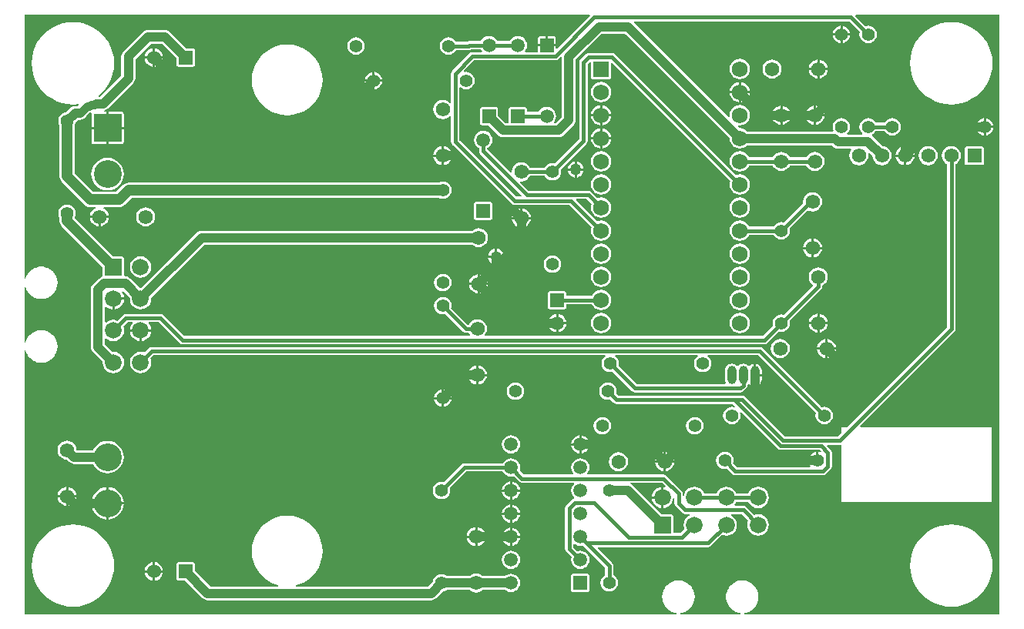
<source format=gbl>
G04 Layer_Physical_Order=2*
G04 Layer_Color=16711680*
%FSLAX25Y25*%
%MOIN*%
G70*
G01*
G75*
%ADD12C,0.01500*%
%ADD14C,0.04000*%
%ADD16C,0.04500*%
%ADD17R,0.07200X0.07200*%
%ADD18C,0.07200*%
%ADD19C,0.06200*%
%ADD20C,0.05512*%
%ADD21R,0.06800X0.06800*%
%ADD22C,0.06800*%
%ADD23R,0.06000X0.06000*%
%ADD24C,0.06000*%
%ADD25R,0.12000X0.12000*%
%ADD26C,0.12000*%
%ADD27R,0.05905X0.05905*%
%ADD28C,0.05905*%
%ADD29R,0.07200X0.07200*%
%ADD30O,0.03937X0.07874*%
%ADD31O,0.03937X0.07874*%
%ADD32R,0.05905X0.05905*%
%ADD33R,0.06200X0.06200*%
%ADD34C,0.05000*%
%ADD35C,0.03500*%
G36*
X423471Y82500D02*
Y50000D01*
Y1529D01*
X312926D01*
X312901Y2029D01*
X313335Y2072D01*
X313431Y2101D01*
X313431Y2101D01*
X313531Y2111D01*
X314662Y2454D01*
X314751Y2502D01*
X314847Y2531D01*
X315889Y3088D01*
X315967Y3152D01*
X316055Y3199D01*
X316969Y3949D01*
X317033Y4026D01*
X317033Y4026D01*
X317110Y4090D01*
X317860Y5004D01*
X317907Y5092D01*
X317971Y5170D01*
X318528Y6212D01*
X318557Y6308D01*
X318605Y6397D01*
X318948Y7528D01*
X318958Y7628D01*
X318958Y7628D01*
X318987Y7724D01*
X319103Y8900D01*
X319093Y9000D01*
X319103Y9100D01*
X318987Y10276D01*
X318958Y10372D01*
X318958Y10372D01*
X318948Y10472D01*
X318605Y11603D01*
X318558Y11692D01*
X318528Y11788D01*
X317971Y12830D01*
X317907Y12908D01*
X317860Y12996D01*
X317110Y13910D01*
X317033Y13974D01*
X317033Y13974D01*
X316969Y14051D01*
X316055Y14801D01*
X315967Y14848D01*
X315889Y14912D01*
X314847Y15469D01*
X314751Y15498D01*
X314662Y15546D01*
X313531Y15889D01*
X313431Y15899D01*
X313431Y15899D01*
X313335Y15928D01*
X312159Y16044D01*
X312109Y16039D01*
X312059Y16049D01*
X312009Y16039D01*
X311959Y16044D01*
X310783Y15928D01*
X310687Y15899D01*
X310687Y15899D01*
X310587Y15889D01*
X309456Y15546D01*
X309367Y15498D01*
X309271Y15469D01*
X308229Y14912D01*
X308151Y14848D01*
X308063Y14801D01*
X307149Y14051D01*
X307085Y13974D01*
X307085Y13974D01*
X307008Y13910D01*
X306258Y12996D01*
X306211Y12908D01*
X306147Y12830D01*
X305590Y11788D01*
X305561Y11692D01*
X305513Y11603D01*
X305170Y10472D01*
X305160Y10372D01*
X305160Y10372D01*
X305131Y10276D01*
X305015Y9100D01*
X305025Y9000D01*
X305015Y8900D01*
X305131Y7724D01*
X305160Y7628D01*
X305160Y7628D01*
X305170Y7528D01*
X305513Y6397D01*
X305561Y6308D01*
X305590Y6212D01*
X306147Y5170D01*
X306211Y5092D01*
X306258Y5004D01*
X307008Y4090D01*
X307085Y4026D01*
X307085Y4026D01*
X307149Y3949D01*
X308063Y3199D01*
X308151Y3152D01*
X308229Y3088D01*
X309271Y2531D01*
X309367Y2502D01*
X309456Y2454D01*
X310587Y2111D01*
X310687Y2101D01*
X310687Y2101D01*
X310783Y2072D01*
X311217Y2029D01*
X311192Y1529D01*
X285367D01*
X285342Y2029D01*
X285776Y2072D01*
X285872Y2101D01*
X285872Y2101D01*
X285972Y2111D01*
X287103Y2454D01*
X287192Y2502D01*
X287288Y2531D01*
X288330Y3088D01*
X288408Y3152D01*
X288496Y3199D01*
X289410Y3949D01*
X289474Y4026D01*
X289474Y4026D01*
X289551Y4090D01*
X290301Y5004D01*
X290348Y5092D01*
X290412Y5170D01*
X290969Y6212D01*
X290998Y6308D01*
X291046Y6397D01*
X291389Y7528D01*
X291399Y7628D01*
X291399Y7628D01*
X291428Y7724D01*
X291544Y8900D01*
X291534Y9000D01*
X291544Y9100D01*
X291428Y10276D01*
X291399Y10372D01*
X291399Y10372D01*
X291389Y10472D01*
X291046Y11603D01*
X290999Y11692D01*
X290969Y11788D01*
X290412Y12830D01*
X290348Y12908D01*
X290301Y12996D01*
X289551Y13910D01*
X289474Y13974D01*
X289474Y13974D01*
X289410Y14051D01*
X288496Y14801D01*
X288408Y14848D01*
X288330Y14912D01*
X287288Y15469D01*
X287192Y15498D01*
X287103Y15546D01*
X285972Y15889D01*
X285872Y15899D01*
X285872Y15899D01*
X285776Y15928D01*
X284600Y16044D01*
X284550Y16039D01*
X284500Y16049D01*
X284450Y16039D01*
X284400Y16044D01*
X283224Y15928D01*
X283128Y15899D01*
X283128Y15899D01*
X283028Y15889D01*
X281897Y15546D01*
X281808Y15498D01*
X281712Y15469D01*
X280670Y14912D01*
X280592Y14848D01*
X280504Y14801D01*
X279590Y14051D01*
X279526Y13974D01*
X279526Y13974D01*
X279449Y13910D01*
X278699Y12996D01*
X278652Y12908D01*
X278588Y12830D01*
X278031Y11788D01*
X278002Y11692D01*
X277954Y11603D01*
X277611Y10472D01*
X277601Y10372D01*
X277601Y10372D01*
X277572Y10276D01*
X277456Y9100D01*
X277466Y9000D01*
X277456Y8900D01*
X277572Y7724D01*
X277601Y7628D01*
X277601Y7628D01*
X277611Y7528D01*
X277954Y6397D01*
X278001Y6308D01*
X278031Y6212D01*
X278588Y5170D01*
X278652Y5092D01*
X278699Y5004D01*
X279449Y4090D01*
X279526Y4026D01*
X279526Y4026D01*
X279590Y3949D01*
X280504Y3199D01*
X280592Y3152D01*
X280670Y3088D01*
X281712Y2531D01*
X281808Y2502D01*
X281897Y2454D01*
X283028Y2111D01*
X283128Y2101D01*
X283128Y2101D01*
X283224Y2072D01*
X283658Y2029D01*
X283633Y1529D01*
X1529D01*
Y115646D01*
X2029Y115720D01*
X2312Y114787D01*
X2360Y114698D01*
X2389Y114602D01*
X2946Y113560D01*
X3010Y113482D01*
X3057Y113393D01*
X3807Y112480D01*
X3884Y112416D01*
X3884Y112416D01*
X3948Y112338D01*
X4862Y111589D01*
X4950Y111541D01*
X5028Y111478D01*
X6070Y110921D01*
X6166Y110891D01*
X6255Y110844D01*
X7386Y110501D01*
X7486Y110491D01*
X7486Y110491D01*
X7582Y110462D01*
X8758Y110346D01*
X8858Y110356D01*
X8958Y110346D01*
X10134Y110462D01*
X10230Y110491D01*
X10231Y110491D01*
X10330Y110501D01*
X11461Y110844D01*
X11550Y110891D01*
X11646Y110921D01*
X12688Y111478D01*
X12766Y111541D01*
X12855Y111589D01*
X13768Y112338D01*
X13832Y112416D01*
X13832Y112416D01*
X13909Y112480D01*
X14659Y113393D01*
X14707Y113482D01*
X14770Y113560D01*
X15327Y114602D01*
X15357Y114698D01*
X15404Y114787D01*
X15747Y115918D01*
X15757Y116017D01*
X15757Y116018D01*
X15786Y116114D01*
X15902Y117290D01*
X15897Y117340D01*
X15907Y117390D01*
X15897Y117439D01*
X15902Y117490D01*
X15786Y118666D01*
X15757Y118762D01*
X15757Y118762D01*
X15747Y118862D01*
X15404Y119993D01*
X15357Y120081D01*
X15327Y120178D01*
X14770Y121220D01*
X14707Y121298D01*
X14659Y121386D01*
X13909Y122300D01*
X13832Y122363D01*
X13832Y122363D01*
X13768Y122441D01*
X12855Y123191D01*
X12766Y123238D01*
X12688Y123302D01*
X11646Y123859D01*
X11550Y123888D01*
X11461Y123936D01*
X10330Y124279D01*
X10231Y124288D01*
X10230Y124288D01*
X10134Y124318D01*
X8958Y124434D01*
X8858Y124424D01*
X8758Y124434D01*
X7582Y124318D01*
X7486Y124288D01*
X7486Y124288D01*
X7386Y124279D01*
X6255Y123936D01*
X6166Y123888D01*
X6070Y123859D01*
X5028Y123302D01*
X4950Y123238D01*
X4862Y123191D01*
X3948Y122441D01*
X3884Y122363D01*
X3884Y122363D01*
X3807Y122300D01*
X3057Y121386D01*
X3010Y121298D01*
X2946Y121220D01*
X2389Y120178D01*
X2360Y120082D01*
X2312Y119993D01*
X2029Y119060D01*
X1529Y119134D01*
Y143204D01*
X2029Y143279D01*
X2312Y142346D01*
X2360Y142257D01*
X2389Y142161D01*
X2946Y141119D01*
X3010Y141041D01*
X3057Y140952D01*
X3807Y140039D01*
X3884Y139975D01*
X3884Y139975D01*
X3948Y139898D01*
X4862Y139148D01*
X4950Y139100D01*
X5028Y139037D01*
X6070Y138479D01*
X6166Y138450D01*
X6255Y138403D01*
X7386Y138060D01*
X7486Y138050D01*
X7486Y138050D01*
X7582Y138021D01*
X8758Y137905D01*
X8858Y137915D01*
X8958Y137905D01*
X10134Y138021D01*
X10230Y138050D01*
X10231Y138050D01*
X10330Y138060D01*
X11461Y138403D01*
X11550Y138450D01*
X11646Y138479D01*
X12688Y139037D01*
X12766Y139100D01*
X12855Y139148D01*
X13768Y139898D01*
X13832Y139975D01*
X13832Y139975D01*
X13909Y140039D01*
X14659Y140952D01*
X14707Y141041D01*
X14770Y141119D01*
X15327Y142161D01*
X15357Y142257D01*
X15404Y142346D01*
X15747Y143477D01*
X15757Y143577D01*
X15757Y143577D01*
X15786Y143673D01*
X15902Y144849D01*
X15897Y144899D01*
X15907Y144949D01*
X15897Y144998D01*
X15902Y145049D01*
X15786Y146225D01*
X15757Y146321D01*
X15757Y146321D01*
X15747Y146421D01*
X15404Y147552D01*
X15357Y147641D01*
X15327Y147737D01*
X14770Y148779D01*
X14707Y148857D01*
X14659Y148945D01*
X13909Y149859D01*
X13832Y149923D01*
X13832Y149923D01*
X13768Y150000D01*
X12855Y150750D01*
X12766Y150797D01*
X12688Y150861D01*
X11646Y151418D01*
X11550Y151447D01*
X11461Y151495D01*
X10330Y151838D01*
X10231Y151848D01*
X10230Y151848D01*
X10134Y151877D01*
X8958Y151992D01*
X8858Y151983D01*
X8758Y151992D01*
X7582Y151877D01*
X7486Y151848D01*
X7486Y151848D01*
X7386Y151838D01*
X6255Y151495D01*
X6166Y151447D01*
X6070Y151418D01*
X5028Y150861D01*
X4950Y150797D01*
X4862Y150750D01*
X3948Y150000D01*
X3884Y149923D01*
X3884Y149923D01*
X3807Y149859D01*
X3057Y148945D01*
X3010Y148857D01*
X2946Y148779D01*
X2389Y147737D01*
X2360Y147641D01*
X2312Y147552D01*
X2029Y146619D01*
X1529Y146693D01*
Y260971D01*
X245994D01*
X246185Y260509D01*
X231934Y246258D01*
X231472Y246449D01*
Y247354D01*
X227500D01*
X223528D01*
Y244902D01*
X223431Y244784D01*
X218257D01*
X218010Y245284D01*
X218453Y245861D01*
X218851Y246823D01*
X218987Y247854D01*
X218851Y248886D01*
X218453Y249848D01*
X217819Y250674D01*
X216993Y251307D01*
X216032Y251705D01*
X215000Y251841D01*
X213968Y251705D01*
X213007Y251307D01*
X212181Y250674D01*
X211547Y249848D01*
X211461Y249639D01*
X206039D01*
X205953Y249848D01*
X205319Y250674D01*
X204493Y251307D01*
X203532Y251705D01*
X202500Y251841D01*
X201468Y251705D01*
X200507Y251307D01*
X199681Y250674D01*
X199047Y249848D01*
X198961Y249639D01*
X193854D01*
X193854Y249639D01*
X193172Y249503D01*
X192844Y249284D01*
X188326D01*
X188281Y249394D01*
X187679Y250179D01*
X186894Y250781D01*
X185980Y251159D01*
X185000Y251288D01*
X184019Y251159D01*
X183106Y250781D01*
X182321Y250179D01*
X181719Y249394D01*
X181341Y248481D01*
X181212Y247500D01*
X181341Y246519D01*
X181719Y245606D01*
X182321Y244821D01*
X183106Y244219D01*
X184019Y243841D01*
X185000Y243712D01*
X185980Y243841D01*
X186894Y244219D01*
X187679Y244821D01*
X188281Y245606D01*
X188326Y245716D01*
X193500D01*
X194183Y245851D01*
X194510Y246070D01*
X198961D01*
X199047Y245861D01*
X199490Y245284D01*
X199243Y244784D01*
X195400D01*
X194717Y244649D01*
X194138Y244262D01*
X186638Y236762D01*
X186251Y236183D01*
X186116Y235500D01*
Y222844D01*
X185616Y222674D01*
X185424Y222924D01*
X184568Y223581D01*
X183570Y223994D01*
X182500Y224135D01*
X181430Y223994D01*
X180432Y223581D01*
X179576Y222924D01*
X178919Y222068D01*
X178506Y221070D01*
X178365Y220000D01*
X178506Y218930D01*
X178919Y217932D01*
X179576Y217076D01*
X180432Y216419D01*
X181430Y216005D01*
X182500Y215865D01*
X183570Y216005D01*
X184568Y216419D01*
X185424Y217076D01*
X185616Y217325D01*
X186116Y217156D01*
Y206100D01*
X186251Y205417D01*
X186638Y204838D01*
X212238Y179238D01*
X212238Y179238D01*
X212817Y178851D01*
X213500Y178716D01*
X213500Y178716D01*
X237261D01*
X246893Y169083D01*
X246713Y168649D01*
X246562Y167500D01*
X246713Y166351D01*
X247157Y165281D01*
X247862Y164362D01*
X248781Y163657D01*
X249851Y163213D01*
X251000Y163062D01*
X252149Y163213D01*
X253219Y163657D01*
X254138Y164362D01*
X254843Y165281D01*
X255287Y166351D01*
X255438Y167500D01*
X255287Y168649D01*
X254843Y169719D01*
X254138Y170638D01*
X253219Y171343D01*
X252149Y171787D01*
X251000Y171938D01*
X249851Y171787D01*
X249417Y171607D01*
X240270Y180754D01*
X240461Y181216D01*
X244761D01*
X246893Y179083D01*
X246713Y178649D01*
X246562Y177500D01*
X246713Y176351D01*
X247157Y175281D01*
X247862Y174362D01*
X248781Y173657D01*
X249851Y173213D01*
X251000Y173062D01*
X252149Y173213D01*
X253219Y173657D01*
X254138Y174362D01*
X254843Y175281D01*
X255287Y176351D01*
X255438Y177500D01*
X255287Y178649D01*
X254843Y179719D01*
X254138Y180638D01*
X253219Y181343D01*
X252149Y181787D01*
X251000Y181938D01*
X249851Y181787D01*
X249417Y181607D01*
X246762Y184262D01*
X246183Y184649D01*
X245500Y184784D01*
X219739D01*
X216081Y188442D01*
X216302Y188891D01*
X216500Y188865D01*
X217570Y189005D01*
X218568Y189419D01*
X219424Y190076D01*
X220081Y190932D01*
X220199Y191216D01*
X226674D01*
X226719Y191106D01*
X227321Y190321D01*
X228106Y189719D01*
X229019Y189341D01*
X230000Y189212D01*
X230980Y189341D01*
X231894Y189719D01*
X232679Y190321D01*
X233281Y191106D01*
X233659Y192019D01*
X233788Y193000D01*
X233659Y193981D01*
X233614Y194090D01*
X244662Y205138D01*
X245048Y205717D01*
X245184Y206400D01*
Y239561D01*
X246080Y240457D01*
X246580Y240250D01*
Y234100D01*
X246658Y233710D01*
X246879Y233379D01*
X247210Y233158D01*
X247600Y233080D01*
X254400D01*
X254790Y233158D01*
X255121Y233379D01*
X255342Y233710D01*
X255420Y234100D01*
Y239904D01*
X255882Y240095D01*
X306893Y189083D01*
X306713Y188649D01*
X306562Y187500D01*
X306713Y186351D01*
X307157Y185281D01*
X307862Y184362D01*
X308781Y183657D01*
X309851Y183213D01*
X311000Y183062D01*
X312149Y183213D01*
X313219Y183657D01*
X314138Y184362D01*
X314843Y185281D01*
X315287Y186351D01*
X315438Y187500D01*
X315287Y188649D01*
X314843Y189719D01*
X314138Y190638D01*
X313219Y191343D01*
X312149Y191787D01*
X311000Y191938D01*
X309851Y191787D01*
X309417Y191607D01*
X257062Y243962D01*
X256483Y244349D01*
X255800Y244484D01*
X245800D01*
X245117Y244349D01*
X244538Y243962D01*
X244538Y243962D01*
X242138Y241562D01*
X241752Y240983D01*
X241616Y240300D01*
Y207139D01*
X231090Y196614D01*
X230980Y196659D01*
X230000Y196788D01*
X229019Y196659D01*
X228106Y196281D01*
X227321Y195679D01*
X226719Y194894D01*
X226674Y194784D01*
X220199D01*
X220081Y195068D01*
X219424Y195924D01*
X218568Y196581D01*
X217570Y196994D01*
X216500Y197135D01*
X215430Y196994D01*
X214432Y196581D01*
X213576Y195924D01*
X212919Y195068D01*
X212506Y194070D01*
X212365Y193000D01*
X212391Y192802D01*
X211942Y192581D01*
X201784Y202739D01*
Y203315D01*
X201993Y203402D01*
X202819Y204035D01*
X203453Y204861D01*
X203851Y205822D01*
X203987Y206854D01*
X203851Y207886D01*
X203453Y208848D01*
X202819Y209674D01*
X201993Y210307D01*
X201032Y210705D01*
X200000Y210841D01*
X198968Y210705D01*
X198007Y210307D01*
X197181Y209674D01*
X196547Y208848D01*
X196149Y207886D01*
X196013Y206854D01*
X196149Y205822D01*
X196547Y204861D01*
X197181Y204035D01*
X198007Y203402D01*
X198216Y203315D01*
Y202000D01*
X198352Y201317D01*
X198738Y200738D01*
X216730Y182746D01*
X216539Y182284D01*
X214239D01*
X189684Y206839D01*
Y229296D01*
X190184Y229543D01*
X190606Y229219D01*
X191519Y228841D01*
X192500Y228712D01*
X193481Y228841D01*
X194394Y229219D01*
X195179Y229821D01*
X195781Y230606D01*
X196159Y231520D01*
X196288Y232500D01*
X196159Y233481D01*
X195781Y234394D01*
X195179Y235179D01*
X194394Y235781D01*
X193481Y236159D01*
X192500Y236288D01*
X191831Y236200D01*
X191597Y236674D01*
X196139Y241216D01*
X231200D01*
X231883Y241352D01*
X232462Y241738D01*
X233610Y242887D01*
X234074Y242644D01*
Y216753D01*
X231447Y214126D01*
X230796D01*
X230549Y214626D01*
X230953Y215152D01*
X231351Y216114D01*
X231487Y217146D01*
X231351Y218178D01*
X230953Y219139D01*
X230319Y219965D01*
X229493Y220598D01*
X228532Y220997D01*
X227500Y221132D01*
X226468Y220997D01*
X225507Y220598D01*
X224681Y219965D01*
X224047Y219139D01*
X223961Y218930D01*
X218972D01*
Y220098D01*
X218895Y220489D01*
X218674Y220819D01*
X218343Y221040D01*
X217953Y221118D01*
X212047D01*
X211657Y221040D01*
X211326Y220819D01*
X211105Y220489D01*
X211028Y220098D01*
Y214193D01*
X210973Y214126D01*
X209799D01*
X206472Y217453D01*
Y220098D01*
X206395Y220489D01*
X206174Y220819D01*
X205843Y221040D01*
X205453Y221118D01*
X199547D01*
X199157Y221040D01*
X198826Y220819D01*
X198605Y220489D01*
X198528Y220098D01*
Y214193D01*
X198605Y213803D01*
X198826Y213472D01*
X199157Y213251D01*
X199547Y213173D01*
X202193D01*
X206406Y208960D01*
X207033Y208479D01*
X207762Y208177D01*
X208546Y208074D01*
X232700D01*
X233483Y208177D01*
X234213Y208479D01*
X234840Y208960D01*
X239240Y213360D01*
X239721Y213987D01*
X240023Y214717D01*
X240126Y215500D01*
Y241547D01*
X251403Y252824D01*
X261397D01*
X306580Y207640D01*
X306562Y207500D01*
X306713Y206351D01*
X307157Y205281D01*
X307862Y204362D01*
X308781Y203657D01*
X309851Y203213D01*
X311000Y203062D01*
X312149Y203213D01*
X313219Y203657D01*
X314138Y204362D01*
X314224Y204474D01*
X350847D01*
X351360Y203960D01*
X351987Y203480D01*
X352717Y203177D01*
X353500Y203074D01*
X359061D01*
X359307Y202574D01*
X358919Y202068D01*
X358506Y201070D01*
X358365Y200000D01*
X358506Y198930D01*
X358919Y197932D01*
X359576Y197076D01*
X360432Y196419D01*
X361430Y196005D01*
X362500Y195865D01*
X363570Y196005D01*
X364568Y196419D01*
X365424Y197076D01*
X366081Y197932D01*
X366494Y198930D01*
X366635Y200000D01*
X366502Y201011D01*
X366616Y201122D01*
X366954Y201266D01*
X368386Y199834D01*
X368506Y198930D01*
X368919Y197932D01*
X369576Y197076D01*
X370432Y196419D01*
X371430Y196005D01*
X372500Y195865D01*
X373570Y196005D01*
X374568Y196419D01*
X375424Y197076D01*
X376081Y197932D01*
X376495Y198930D01*
X376635Y200000D01*
X376495Y201070D01*
X376081Y202068D01*
X375424Y202924D01*
X374568Y203581D01*
X373570Y203994D01*
X372666Y204114D01*
X368540Y208240D01*
X368118Y208563D01*
X368175Y209128D01*
X368394Y209219D01*
X369179Y209821D01*
X369781Y210606D01*
X369826Y210716D01*
X373674D01*
X373719Y210606D01*
X374321Y209821D01*
X375106Y209219D01*
X376020Y208841D01*
X377000Y208712D01*
X377980Y208841D01*
X378894Y209219D01*
X379679Y209821D01*
X380281Y210606D01*
X380659Y211520D01*
X380788Y212500D01*
X380659Y213480D01*
X380281Y214394D01*
X379679Y215179D01*
X378894Y215781D01*
X377980Y216159D01*
X377000Y216288D01*
X376020Y216159D01*
X375106Y215781D01*
X374321Y215179D01*
X373719Y214394D01*
X373674Y214284D01*
X369826D01*
X369781Y214394D01*
X369179Y215179D01*
X368394Y215781D01*
X367480Y216159D01*
X366500Y216288D01*
X365519Y216159D01*
X364606Y215781D01*
X363821Y215179D01*
X363219Y214394D01*
X362841Y213480D01*
X362712Y212500D01*
X362841Y211520D01*
X363219Y210606D01*
X363821Y209821D01*
X364076Y209626D01*
X363906Y209126D01*
X357594D01*
X357424Y209626D01*
X357679Y209821D01*
X358281Y210606D01*
X358659Y211520D01*
X358788Y212500D01*
X358659Y213480D01*
X358281Y214394D01*
X357679Y215179D01*
X356894Y215781D01*
X355980Y216159D01*
X355000Y216288D01*
X354019Y216159D01*
X353106Y215781D01*
X352321Y215179D01*
X351719Y214394D01*
X351341Y213480D01*
X351212Y212500D01*
X351341Y211520D01*
X351545Y211026D01*
X351211Y210526D01*
X314224D01*
X314138Y210638D01*
X313219Y211343D01*
X312149Y211787D01*
X311000Y211938D01*
X310860Y211919D01*
X310104Y212676D01*
X310337Y213149D01*
X311000Y213062D01*
X312149Y213213D01*
X313219Y213657D01*
X314138Y214362D01*
X314843Y215281D01*
X315287Y216351D01*
X315438Y217500D01*
X315287Y218649D01*
X314843Y219719D01*
X314138Y220638D01*
X313219Y221343D01*
X312149Y221787D01*
X311000Y221938D01*
X309851Y221787D01*
X308781Y221343D01*
X307862Y220638D01*
X307157Y219719D01*
X306713Y218649D01*
X306562Y217500D01*
X306649Y216837D01*
X306176Y216603D01*
X265163Y257616D01*
X265371Y258116D01*
X358361D01*
X362886Y253590D01*
X362841Y253481D01*
X362712Y252500D01*
X362841Y251519D01*
X363219Y250606D01*
X363821Y249821D01*
X364606Y249219D01*
X365519Y248841D01*
X366500Y248712D01*
X367480Y248841D01*
X368394Y249219D01*
X369179Y249821D01*
X369781Y250606D01*
X370159Y251519D01*
X370288Y252500D01*
X370159Y253481D01*
X369781Y254394D01*
X369179Y255179D01*
X368394Y255781D01*
X367480Y256159D01*
X366500Y256288D01*
X365519Y256159D01*
X365410Y256114D01*
X361015Y260509D01*
X361206Y260971D01*
X423471D01*
Y82500D01*
D02*
G37*
%LPC*%
G36*
X318000Y109897D02*
Y105500D01*
X320494D01*
Y106968D01*
X320392Y107744D01*
X320093Y108466D01*
X319617Y109086D01*
X318997Y109562D01*
X318275Y109861D01*
X318000Y109897D01*
D02*
G37*
G36*
X328500Y120635D02*
X327430Y120494D01*
X326432Y120081D01*
X325576Y119424D01*
X324919Y118568D01*
X324505Y117570D01*
X324365Y116500D01*
X324505Y115430D01*
X324919Y114432D01*
X325576Y113576D01*
X326432Y112919D01*
X327430Y112505D01*
X328500Y112365D01*
X329570Y112505D01*
X330568Y112919D01*
X331424Y113576D01*
X332081Y114432D01*
X332494Y115430D01*
X332635Y116500D01*
X332494Y117570D01*
X332081Y118568D01*
X331424Y119424D01*
X330568Y120081D01*
X329570Y120494D01*
X328500Y120635D01*
D02*
G37*
G36*
X201570Y104500D02*
X198000D01*
Y100930D01*
X198570Y101005D01*
X199568Y101419D01*
X200424Y102076D01*
X201081Y102932D01*
X201495Y103930D01*
X201570Y104500D01*
D02*
G37*
G36*
X197000Y109070D02*
X196430Y108994D01*
X195432Y108581D01*
X194576Y107924D01*
X193919Y107068D01*
X193506Y106070D01*
X193430Y105500D01*
X197000D01*
Y109070D01*
D02*
G37*
G36*
X198000D02*
Y105500D01*
X201570D01*
X201495Y106070D01*
X201081Y107068D01*
X200424Y107924D01*
X199568Y108581D01*
X198570Y108994D01*
X198000Y109070D01*
D02*
G37*
G36*
X348000Y116000D02*
X344430D01*
X344506Y115430D01*
X344919Y114432D01*
X345576Y113576D01*
X346432Y112919D01*
X347430Y112505D01*
X348000Y112430D01*
Y116000D01*
D02*
G37*
G36*
X349000Y120570D02*
Y117000D01*
X352570D01*
X352495Y117570D01*
X352081Y118568D01*
X351424Y119424D01*
X350568Y120081D01*
X349570Y120494D01*
X349000Y120570D01*
D02*
G37*
G36*
X51311Y123780D02*
X47237D01*
X47329Y123079D01*
X47793Y121960D01*
X48530Y120999D01*
X49491Y120262D01*
X50610Y119798D01*
X51311Y119706D01*
Y123780D01*
D02*
G37*
G36*
X348000Y120570D02*
X347430Y120494D01*
X346432Y120081D01*
X345576Y119424D01*
X344919Y118568D01*
X344506Y117570D01*
X344430Y117000D01*
X348000D01*
Y120570D01*
D02*
G37*
G36*
X352570Y116000D02*
X349000D01*
Y112430D01*
X349570Y112505D01*
X350568Y112919D01*
X351424Y113576D01*
X352081Y114432D01*
X352495Y115430D01*
X352570Y116000D01*
D02*
G37*
G36*
X56711Y117184D02*
X56028Y117049D01*
X55449Y116662D01*
X55449Y116662D01*
X53547Y114760D01*
X53012Y114982D01*
X51811Y115140D01*
X50610Y114982D01*
X49491Y114518D01*
X48530Y113781D01*
X47793Y112820D01*
X47329Y111701D01*
X47171Y110500D01*
X47329Y109299D01*
X47793Y108180D01*
X48530Y107219D01*
X49491Y106482D01*
X50610Y106018D01*
X51811Y105860D01*
X53012Y106018D01*
X54131Y106482D01*
X55092Y107219D01*
X55829Y108180D01*
X56293Y109299D01*
X56451Y110500D01*
X56293Y111701D01*
X56071Y112236D01*
X57450Y113616D01*
X252721D01*
X252891Y113116D01*
X252321Y112679D01*
X251719Y111894D01*
X251341Y110980D01*
X251212Y110000D01*
X251341Y109019D01*
X251719Y108106D01*
X252321Y107321D01*
X253106Y106719D01*
X254019Y106341D01*
X255000Y106212D01*
X255980Y106341D01*
X256090Y106386D01*
X264438Y98038D01*
X264438Y98038D01*
X265017Y97651D01*
X265700Y97516D01*
X265700Y97516D01*
X311300D01*
X311983Y97651D01*
X312562Y98038D01*
X313762Y99238D01*
X313762Y99238D01*
X314148Y99817D01*
X314284Y100500D01*
X314284Y100500D01*
Y100659D01*
X314617Y100914D01*
X314750Y101087D01*
X315250D01*
X315383Y100914D01*
X316003Y100438D01*
X316725Y100139D01*
X317000Y100103D01*
Y105000D01*
Y109897D01*
X316725Y109861D01*
X316003Y109562D01*
X315383Y109086D01*
X315250Y108913D01*
X314750D01*
X314617Y109086D01*
X313997Y109562D01*
X313275Y109861D01*
X312500Y109963D01*
X311725Y109861D01*
X311003Y109562D01*
X310383Y109086D01*
X310250Y108913D01*
X309750D01*
X309617Y109086D01*
X308997Y109562D01*
X308275Y109861D01*
X307500Y109963D01*
X306725Y109861D01*
X306003Y109562D01*
X305383Y109086D01*
X304907Y108466D01*
X304608Y107744D01*
X304506Y106968D01*
Y103032D01*
X304608Y102257D01*
X304886Y101584D01*
X304751Y101215D01*
X304687Y101084D01*
X266439D01*
X258614Y108910D01*
X258659Y109019D01*
X258788Y110000D01*
X258659Y110980D01*
X258281Y111894D01*
X257679Y112679D01*
X257109Y113116D01*
X257279Y113616D01*
X292721D01*
X292891Y113116D01*
X292321Y112679D01*
X291719Y111894D01*
X291341Y110980D01*
X291212Y110000D01*
X291341Y109019D01*
X291719Y108106D01*
X292321Y107321D01*
X293106Y106719D01*
X294020Y106341D01*
X295000Y106212D01*
X295981Y106341D01*
X296894Y106719D01*
X297679Y107321D01*
X298281Y108106D01*
X298659Y109019D01*
X298788Y110000D01*
X298659Y110980D01*
X298281Y111894D01*
X297679Y112679D01*
X297109Y113116D01*
X297279Y113616D01*
X318861D01*
X343886Y88590D01*
X343841Y88481D01*
X343712Y87500D01*
X343841Y86519D01*
X344219Y85606D01*
X344821Y84821D01*
X345606Y84219D01*
X346519Y83841D01*
X347500Y83712D01*
X348481Y83841D01*
X349394Y84219D01*
X350179Y84821D01*
X350781Y85606D01*
X351159Y86519D01*
X351288Y87500D01*
X351159Y88481D01*
X350781Y89394D01*
X350179Y90179D01*
X349394Y90781D01*
X348481Y91159D01*
X347500Y91288D01*
X346519Y91159D01*
X346410Y91114D01*
X320862Y116662D01*
X320283Y117049D01*
X319600Y117184D01*
X56711D01*
X56711Y117184D01*
D02*
G37*
G36*
X291500Y86788D02*
X290519Y86659D01*
X289606Y86281D01*
X288821Y85679D01*
X288219Y84894D01*
X287841Y83981D01*
X287712Y83000D01*
X287841Y82020D01*
X288219Y81106D01*
X288821Y80321D01*
X289606Y79719D01*
X290519Y79341D01*
X291500Y79212D01*
X292480Y79341D01*
X293394Y79719D01*
X294179Y80321D01*
X294781Y81106D01*
X295159Y82020D01*
X295288Y83000D01*
X295159Y83981D01*
X294781Y84894D01*
X294179Y85679D01*
X293394Y86281D01*
X292480Y86659D01*
X291500Y86788D01*
D02*
G37*
G36*
X182000Y94500D02*
X178778D01*
X178841Y94020D01*
X179219Y93106D01*
X179821Y92321D01*
X180606Y91719D01*
X181519Y91341D01*
X182000Y91277D01*
Y94500D01*
D02*
G37*
G36*
X251500Y86788D02*
X250519Y86659D01*
X249606Y86281D01*
X248821Y85679D01*
X248219Y84894D01*
X247841Y83981D01*
X247712Y83000D01*
X247841Y82020D01*
X248219Y81106D01*
X248821Y80321D01*
X249606Y79719D01*
X250519Y79341D01*
X251500Y79212D01*
X252481Y79341D01*
X253394Y79719D01*
X254179Y80321D01*
X254781Y81106D01*
X255159Y82020D01*
X255288Y83000D01*
X255159Y83981D01*
X254781Y84894D01*
X254179Y85679D01*
X253394Y86281D01*
X252481Y86659D01*
X251500Y86788D01*
D02*
G37*
G36*
X242500Y78921D02*
Y75500D01*
X245921D01*
X245851Y76032D01*
X245453Y76993D01*
X244819Y77819D01*
X243993Y78453D01*
X243032Y78851D01*
X242500Y78921D01*
D02*
G37*
G36*
X402500Y204135D02*
X401430Y203994D01*
X400432Y203581D01*
X399576Y202924D01*
X398919Y202068D01*
X398505Y201070D01*
X398365Y200000D01*
X398505Y198930D01*
X398919Y197932D01*
X399576Y197076D01*
X400432Y196419D01*
X400716Y196301D01*
Y125639D01*
X357577Y82500D01*
X355000D01*
Y79923D01*
X353461Y78384D01*
X330539D01*
X313362Y95562D01*
X312783Y95948D01*
X312100Y96084D01*
X258439D01*
X257614Y96910D01*
X257659Y97019D01*
X257788Y98000D01*
X257659Y98980D01*
X257281Y99894D01*
X256679Y100679D01*
X255894Y101281D01*
X254980Y101659D01*
X254000Y101788D01*
X253019Y101659D01*
X252106Y101281D01*
X251321Y100679D01*
X250719Y99894D01*
X250341Y98980D01*
X250212Y98000D01*
X250341Y97019D01*
X250719Y96106D01*
X251321Y95321D01*
X252106Y94719D01*
X253019Y94341D01*
X254000Y94212D01*
X254980Y94341D01*
X255090Y94386D01*
X256438Y93038D01*
X257017Y92651D01*
X257700Y92516D01*
X307961D01*
X308985Y91491D01*
X308702Y91067D01*
X308481Y91159D01*
X307500Y91288D01*
X306520Y91159D01*
X305606Y90781D01*
X304821Y90179D01*
X304219Y89394D01*
X303841Y88481D01*
X303712Y87500D01*
X303841Y86519D01*
X304219Y85606D01*
X304821Y84821D01*
X305606Y84219D01*
X306520Y83841D01*
X307500Y83712D01*
X308481Y83841D01*
X309394Y84219D01*
X310179Y84821D01*
X310781Y85606D01*
X311159Y86519D01*
X311288Y87500D01*
X311159Y88481D01*
X311067Y88702D01*
X311491Y88985D01*
X327338Y73138D01*
X327917Y72751D01*
X328600Y72616D01*
X328600Y72616D01*
X345461D01*
X346156Y71921D01*
X345873Y71497D01*
X345480Y71659D01*
X345000Y71723D01*
Y68000D01*
X344500D01*
Y67500D01*
X340777D01*
X340841Y67019D01*
X341219Y66106D01*
X341543Y65684D01*
X341296Y65184D01*
X309839D01*
X308114Y66910D01*
X308159Y67019D01*
X308288Y68000D01*
X308159Y68980D01*
X307781Y69894D01*
X307179Y70679D01*
X306394Y71281D01*
X305481Y71659D01*
X304500Y71788D01*
X303520Y71659D01*
X302606Y71281D01*
X301821Y70679D01*
X301219Y69894D01*
X300841Y68980D01*
X300712Y68000D01*
X300841Y67019D01*
X301219Y66106D01*
X301821Y65321D01*
X302606Y64719D01*
X303520Y64341D01*
X304500Y64212D01*
X305481Y64341D01*
X305590Y64386D01*
X307838Y62138D01*
X307838Y62138D01*
X308417Y61752D01*
X309100Y61616D01*
X347000D01*
X347683Y61752D01*
X348262Y62138D01*
X350362Y64238D01*
X350748Y64817D01*
X350884Y65500D01*
X350884Y65500D01*
Y71500D01*
X350884Y71500D01*
X350748Y72183D01*
X350362Y72762D01*
X348770Y74354D01*
X348961Y74816D01*
X354200D01*
X354500Y74875D01*
X355000Y74474D01*
Y50000D01*
X420000D01*
Y82500D01*
X363277D01*
X363085Y82962D01*
X403762Y123638D01*
X403762Y123638D01*
X404148Y124217D01*
X404284Y124900D01*
X404284Y124900D01*
Y196301D01*
X404568Y196419D01*
X405424Y197076D01*
X406081Y197932D01*
X406495Y198930D01*
X406635Y200000D01*
X406495Y201070D01*
X406081Y202068D01*
X405424Y202924D01*
X404568Y203581D01*
X403570Y203994D01*
X402500Y204135D01*
D02*
G37*
G36*
X186223Y94500D02*
X183000D01*
Y91277D01*
X183481Y91341D01*
X184394Y91719D01*
X185179Y92321D01*
X185781Y93106D01*
X186159Y94020D01*
X186223Y94500D01*
D02*
G37*
G36*
X320494Y104500D02*
X318000D01*
Y100103D01*
X318275Y100139D01*
X318997Y100438D01*
X319617Y100914D01*
X320093Y101534D01*
X320392Y102257D01*
X320494Y103032D01*
Y104500D01*
D02*
G37*
G36*
X197000D02*
X193430D01*
X193506Y103930D01*
X193919Y102932D01*
X194576Y102076D01*
X195432Y101419D01*
X196430Y101005D01*
X197000Y100930D01*
Y104500D01*
D02*
G37*
G36*
X183000Y98722D02*
Y95500D01*
X186223D01*
X186159Y95981D01*
X185781Y96894D01*
X185179Y97679D01*
X184394Y98281D01*
X183481Y98659D01*
X183000Y98722D01*
D02*
G37*
G36*
X214000Y101788D02*
X213019Y101659D01*
X212106Y101281D01*
X211321Y100679D01*
X210719Y99894D01*
X210341Y98980D01*
X210212Y98000D01*
X210341Y97019D01*
X210719Y96106D01*
X211321Y95321D01*
X212106Y94719D01*
X213019Y94341D01*
X214000Y94212D01*
X214981Y94341D01*
X215894Y94719D01*
X216679Y95321D01*
X217281Y96106D01*
X217659Y97019D01*
X217788Y98000D01*
X217659Y98980D01*
X217281Y99894D01*
X216679Y100679D01*
X215894Y101281D01*
X214981Y101659D01*
X214000Y101788D01*
D02*
G37*
G36*
X182000Y98722D02*
X181519Y98659D01*
X180606Y98281D01*
X179821Y97679D01*
X179219Y96894D01*
X178841Y95981D01*
X178778Y95500D01*
X182000D01*
Y98722D01*
D02*
G37*
G36*
X56385Y123780D02*
X52311D01*
Y119706D01*
X53012Y119798D01*
X54131Y120262D01*
X55092Y120999D01*
X55829Y121960D01*
X56293Y123079D01*
X56385Y123780D01*
D02*
G37*
G36*
X202070Y144000D02*
X198500D01*
Y140430D01*
X199070Y140506D01*
X200068Y140919D01*
X200924Y141576D01*
X201581Y142432D01*
X201994Y143430D01*
X202070Y144000D01*
D02*
G37*
G36*
X182500Y148788D02*
X181519Y148659D01*
X180606Y148281D01*
X179821Y147679D01*
X179219Y146894D01*
X178841Y145981D01*
X178712Y145000D01*
X178841Y144019D01*
X179219Y143106D01*
X179821Y142321D01*
X180606Y141719D01*
X181519Y141341D01*
X182500Y141212D01*
X183481Y141341D01*
X184394Y141719D01*
X185179Y142321D01*
X185781Y143106D01*
X186159Y144019D01*
X186288Y145000D01*
X186159Y145981D01*
X185781Y146894D01*
X185179Y147679D01*
X184394Y148281D01*
X183481Y148659D01*
X182500Y148788D01*
D02*
G37*
G36*
X197500Y144000D02*
X193930D01*
X194006Y143430D01*
X194419Y142432D01*
X195076Y141576D01*
X195932Y140919D01*
X196930Y140506D01*
X197500Y140430D01*
Y144000D01*
D02*
G37*
G36*
X44574Y137559D02*
X40500D01*
Y133485D01*
X41201Y133577D01*
X42320Y134041D01*
X43281Y134778D01*
X44018Y135739D01*
X44482Y136858D01*
X44574Y137559D01*
D02*
G37*
G36*
X251000Y141938D02*
X249851Y141787D01*
X248781Y141343D01*
X247862Y140638D01*
X247157Y139719D01*
X246976Y139284D01*
X235972D01*
Y140453D01*
X235895Y140843D01*
X235674Y141174D01*
X235343Y141395D01*
X234953Y141472D01*
X229047D01*
X228657Y141395D01*
X228326Y141174D01*
X228105Y140843D01*
X228028Y140453D01*
Y134547D01*
X228105Y134157D01*
X228326Y133826D01*
X228657Y133605D01*
X229047Y133528D01*
X234953D01*
X235343Y133605D01*
X235674Y133826D01*
X235895Y134157D01*
X235972Y134547D01*
Y135716D01*
X246976D01*
X247157Y135281D01*
X247862Y134362D01*
X248781Y133657D01*
X249851Y133213D01*
X251000Y133062D01*
X252149Y133213D01*
X253219Y133657D01*
X254138Y134362D01*
X254843Y135281D01*
X255287Y136351D01*
X255438Y137500D01*
X255287Y138649D01*
X254843Y139719D01*
X254138Y140638D01*
X253219Y141343D01*
X252149Y141787D01*
X251000Y141938D01*
D02*
G37*
G36*
Y151938D02*
X249851Y151787D01*
X248781Y151343D01*
X247862Y150638D01*
X247157Y149719D01*
X246713Y148649D01*
X246562Y147500D01*
X246713Y146351D01*
X247157Y145281D01*
X247862Y144362D01*
X248781Y143657D01*
X249851Y143213D01*
X251000Y143062D01*
X252149Y143213D01*
X253219Y143657D01*
X254138Y144362D01*
X254843Y145281D01*
X255287Y146351D01*
X255438Y147500D01*
X255287Y148649D01*
X254843Y149719D01*
X254138Y150638D01*
X253219Y151343D01*
X252149Y151787D01*
X251000Y151938D01*
D02*
G37*
G36*
X51811Y156478D02*
X50610Y156320D01*
X49491Y155857D01*
X48530Y155119D01*
X47793Y154158D01*
X47329Y153039D01*
X47171Y151839D01*
X47329Y150638D01*
X47793Y149519D01*
X48530Y148558D01*
X49491Y147820D01*
X50610Y147357D01*
X51811Y147199D01*
X53012Y147357D01*
X54131Y147820D01*
X55092Y148558D01*
X55829Y149519D01*
X56293Y150638D01*
X56451Y151839D01*
X56293Y153039D01*
X55829Y154158D01*
X55092Y155119D01*
X54131Y155857D01*
X53012Y156320D01*
X51811Y156478D01*
D02*
G37*
G36*
X230000Y156788D02*
X229019Y156659D01*
X228106Y156281D01*
X227321Y155679D01*
X226719Y154894D01*
X226341Y153981D01*
X226212Y153000D01*
X226341Y152020D01*
X226719Y151106D01*
X227321Y150321D01*
X228106Y149719D01*
X229019Y149341D01*
X230000Y149212D01*
X230980Y149341D01*
X231894Y149719D01*
X232679Y150321D01*
X233281Y151106D01*
X233659Y152020D01*
X233788Y153000D01*
X233659Y153981D01*
X233281Y154894D01*
X232679Y155679D01*
X231894Y156281D01*
X230980Y156659D01*
X230000Y156788D01*
D02*
G37*
G36*
X198500Y148570D02*
Y145000D01*
X202070D01*
X201994Y145570D01*
X201581Y146568D01*
X200924Y147424D01*
X200068Y148081D01*
X199070Y148495D01*
X198500Y148570D01*
D02*
G37*
G36*
X311000Y151938D02*
X309851Y151787D01*
X308781Y151343D01*
X307862Y150638D01*
X307157Y149719D01*
X306713Y148649D01*
X306562Y147500D01*
X306713Y146351D01*
X307157Y145281D01*
X307862Y144362D01*
X308781Y143657D01*
X309851Y143213D01*
X311000Y143062D01*
X312149Y143213D01*
X313219Y143657D01*
X314138Y144362D01*
X314843Y145281D01*
X315287Y146351D01*
X315438Y147500D01*
X315287Y148649D01*
X314843Y149719D01*
X314138Y150638D01*
X313219Y151343D01*
X312149Y151787D01*
X311000Y151938D01*
D02*
G37*
G36*
X197500Y148570D02*
X196930Y148495D01*
X195932Y148081D01*
X195076Y147424D01*
X194419Y146568D01*
X194006Y145570D01*
X193930Y145000D01*
X197500D01*
Y148570D01*
D02*
G37*
G36*
X349069Y127000D02*
X345500D01*
Y123430D01*
X346070Y123505D01*
X347068Y123919D01*
X347924Y124576D01*
X348581Y125432D01*
X348994Y126430D01*
X349069Y127000D01*
D02*
G37*
G36*
X231500D02*
X228079D01*
X228149Y126468D01*
X228547Y125507D01*
X229181Y124681D01*
X230007Y124047D01*
X230968Y123649D01*
X231500Y123579D01*
Y127000D01*
D02*
G37*
G36*
X344500D02*
X340931D01*
X341005Y126430D01*
X341419Y125432D01*
X342076Y124576D01*
X342932Y123919D01*
X343930Y123505D01*
X344500Y123430D01*
Y127000D01*
D02*
G37*
G36*
X251000Y131938D02*
X249851Y131787D01*
X248781Y131343D01*
X247862Y130638D01*
X247157Y129719D01*
X246713Y128649D01*
X246562Y127500D01*
X246713Y126351D01*
X247157Y125281D01*
X247862Y124362D01*
X248781Y123657D01*
X249851Y123213D01*
X251000Y123062D01*
X252149Y123213D01*
X253219Y123657D01*
X254138Y124362D01*
X254843Y125281D01*
X255287Y126351D01*
X255438Y127500D01*
X255287Y128649D01*
X254843Y129719D01*
X254138Y130638D01*
X253219Y131343D01*
X252149Y131787D01*
X251000Y131938D01*
D02*
G37*
G36*
X311000D02*
X309851Y131787D01*
X308781Y131343D01*
X307862Y130638D01*
X307157Y129719D01*
X306713Y128649D01*
X306562Y127500D01*
X306713Y126351D01*
X307157Y125281D01*
X307862Y124362D01*
X308781Y123657D01*
X309851Y123213D01*
X311000Y123062D01*
X312149Y123213D01*
X313219Y123657D01*
X314138Y124362D01*
X314843Y125281D01*
X315287Y126351D01*
X315438Y127500D01*
X315287Y128649D01*
X314843Y129719D01*
X314138Y130638D01*
X313219Y131343D01*
X312149Y131787D01*
X311000Y131938D01*
D02*
G37*
G36*
X235921Y127000D02*
X232500D01*
Y123579D01*
X233032Y123649D01*
X233993Y124047D01*
X234819Y124681D01*
X235453Y125507D01*
X235851Y126468D01*
X235921Y127000D01*
D02*
G37*
G36*
X345500Y131570D02*
Y128000D01*
X349069D01*
X348994Y128570D01*
X348581Y129568D01*
X347924Y130424D01*
X347068Y131081D01*
X346070Y131494D01*
X345500Y131570D01*
D02*
G37*
G36*
X311000Y141938D02*
X309851Y141787D01*
X308781Y141343D01*
X307862Y140638D01*
X307157Y139719D01*
X306713Y138649D01*
X306562Y137500D01*
X306713Y136351D01*
X307157Y135281D01*
X307862Y134362D01*
X308781Y133657D01*
X309851Y133213D01*
X311000Y133062D01*
X312149Y133213D01*
X313219Y133657D01*
X314138Y134362D01*
X314843Y135281D01*
X315287Y136351D01*
X315438Y137500D01*
X315287Y138649D01*
X314843Y139719D01*
X314138Y140638D01*
X313219Y141343D01*
X312149Y141787D01*
X311000Y141938D01*
D02*
G37*
G36*
X232500Y131421D02*
Y128000D01*
X235921D01*
X235851Y128532D01*
X235453Y129493D01*
X234819Y130319D01*
X233993Y130953D01*
X233032Y131351D01*
X232500Y131421D01*
D02*
G37*
G36*
X344500Y131570D02*
X343930Y131494D01*
X342932Y131081D01*
X342076Y130424D01*
X341419Y129568D01*
X341005Y128570D01*
X340931Y128000D01*
X344500D01*
Y131570D01*
D02*
G37*
G36*
X231500Y131421D02*
X230968Y131351D01*
X230007Y130953D01*
X229181Y130319D01*
X228547Y129493D01*
X228149Y128532D01*
X228079Y128000D01*
X231500D01*
Y131421D01*
D02*
G37*
G36*
X196500Y39070D02*
X195930Y38995D01*
X194932Y38581D01*
X194076Y37924D01*
X193419Y37068D01*
X193006Y36070D01*
X192930Y35500D01*
X196500D01*
Y39070D01*
D02*
G37*
G36*
X197500D02*
Y35500D01*
X201070D01*
X200994Y36070D01*
X200581Y37068D01*
X199924Y37924D01*
X199068Y38581D01*
X198070Y38995D01*
X197500Y39070D01*
D02*
G37*
G36*
X211500Y38921D02*
X210968Y38851D01*
X210007Y38453D01*
X209181Y37819D01*
X208547Y36993D01*
X208149Y36032D01*
X208079Y35500D01*
X211500D01*
Y38921D01*
D02*
G37*
G36*
Y34500D02*
X208079D01*
X208149Y33968D01*
X208547Y33007D01*
X209181Y32181D01*
X210007Y31547D01*
X210968Y31149D01*
X211500Y31079D01*
Y34500D01*
D02*
G37*
G36*
X215921D02*
X212500D01*
Y31079D01*
X213032Y31149D01*
X213993Y31547D01*
X214819Y32181D01*
X215453Y33007D01*
X215851Y33968D01*
X215921Y34500D01*
D02*
G37*
G36*
X212500Y38921D02*
Y35500D01*
X215921D01*
X215851Y36032D01*
X215453Y36993D01*
X214819Y37819D01*
X213993Y38453D01*
X213032Y38851D01*
X212500Y38921D01*
D02*
G37*
G36*
X44485Y49000D02*
X38000D01*
Y42515D01*
X38872Y42601D01*
X40192Y43001D01*
X41408Y43652D01*
X42474Y44526D01*
X43349Y45592D01*
X43999Y46808D01*
X44399Y48128D01*
X44485Y49000D01*
D02*
G37*
G36*
X211500Y48921D02*
X210968Y48851D01*
X210007Y48453D01*
X209181Y47819D01*
X208547Y46993D01*
X208149Y46032D01*
X208079Y45500D01*
X211500D01*
Y48921D01*
D02*
G37*
G36*
X37000Y49000D02*
X30515D01*
X30601Y48128D01*
X31001Y46808D01*
X31651Y45592D01*
X32526Y44526D01*
X33592Y43652D01*
X34808Y43001D01*
X36128Y42601D01*
X37000Y42515D01*
Y49000D01*
D02*
G37*
G36*
X211500Y44500D02*
X208079D01*
X208149Y43968D01*
X208547Y43007D01*
X209181Y42181D01*
X210007Y41547D01*
X210968Y41149D01*
X211500Y41079D01*
Y44500D01*
D02*
G37*
G36*
X215921D02*
X212500D01*
Y41079D01*
X213032Y41149D01*
X213993Y41547D01*
X214819Y42181D01*
X215453Y43007D01*
X215851Y43968D01*
X215921Y44500D01*
D02*
G37*
G36*
X115200Y44097D02*
X112807Y43909D01*
X110473Y43349D01*
X108255Y42430D01*
X106209Y41176D01*
X104383Y39617D01*
X102824Y37791D01*
X101570Y35745D01*
X100652Y33527D01*
X100091Y31193D01*
X99903Y28800D01*
X100091Y26407D01*
X100652Y24073D01*
X101570Y21855D01*
X102824Y19808D01*
X104383Y17983D01*
X106209Y16424D01*
X108255Y15170D01*
X110473Y14252D01*
X111413Y14026D01*
X111354Y13526D01*
X82053D01*
X75320Y20260D01*
Y23000D01*
X75242Y23390D01*
X75021Y23721D01*
X74690Y23942D01*
X74300Y24020D01*
X68300D01*
X67910Y23942D01*
X67579Y23721D01*
X67358Y23390D01*
X67280Y23000D01*
Y17000D01*
X67358Y16610D01*
X67579Y16279D01*
X67910Y16058D01*
X68300Y15980D01*
X71040D01*
X78660Y8360D01*
X79287Y7880D01*
X80017Y7577D01*
X80800Y7474D01*
X177500D01*
X178283Y7577D01*
X179013Y7880D01*
X179640Y8360D01*
X182565Y11286D01*
X182981Y11341D01*
X183894Y11719D01*
X184226Y11974D01*
X194208D01*
X194932Y11419D01*
X195930Y11005D01*
X197000Y10865D01*
X198070Y11005D01*
X199068Y11419D01*
X199792Y11974D01*
X209450D01*
X210007Y11547D01*
X210968Y11149D01*
X212000Y11013D01*
X213032Y11149D01*
X213993Y11547D01*
X214819Y12181D01*
X215453Y13007D01*
X215851Y13968D01*
X215987Y15000D01*
X215851Y16032D01*
X215453Y16993D01*
X214819Y17819D01*
X213993Y18453D01*
X213032Y18851D01*
X212000Y18987D01*
X210968Y18851D01*
X210007Y18453D01*
X209450Y18026D01*
X199792D01*
X199068Y18581D01*
X198070Y18994D01*
X197000Y19135D01*
X195930Y18994D01*
X194932Y18581D01*
X194208Y18026D01*
X184226D01*
X183894Y18281D01*
X182981Y18659D01*
X182000Y18788D01*
X181019Y18659D01*
X180106Y18281D01*
X179321Y17679D01*
X178719Y16894D01*
X178341Y15980D01*
X178286Y15565D01*
X176247Y13526D01*
X119046D01*
X118987Y14026D01*
X119927Y14252D01*
X122145Y15170D01*
X124191Y16424D01*
X126017Y17983D01*
X127576Y19808D01*
X128830Y21855D01*
X129748Y24073D01*
X130309Y26407D01*
X130497Y28800D01*
X130309Y31193D01*
X129748Y33527D01*
X128830Y35745D01*
X127576Y37791D01*
X126017Y39617D01*
X124191Y41176D01*
X122145Y42430D01*
X119927Y43349D01*
X117593Y43909D01*
X115200Y44097D01*
D02*
G37*
G36*
X57000Y19500D02*
X53531D01*
X53603Y18956D01*
X54006Y17983D01*
X54647Y17147D01*
X55483Y16506D01*
X56456Y16103D01*
X57000Y16031D01*
Y19500D01*
D02*
G37*
G36*
X244953Y18972D02*
X239047D01*
X238657Y18895D01*
X238326Y18674D01*
X238105Y18343D01*
X238028Y17953D01*
Y12047D01*
X238105Y11657D01*
X238326Y11326D01*
X238657Y11105D01*
X239047Y11028D01*
X244953D01*
X245343Y11105D01*
X245674Y11326D01*
X245895Y11657D01*
X245972Y12047D01*
Y17953D01*
X245895Y18343D01*
X245674Y18674D01*
X245343Y18895D01*
X244953Y18972D01*
D02*
G37*
G36*
X22500Y40338D02*
X20172Y40186D01*
X17883Y39730D01*
X15674Y38980D01*
X13581Y37948D01*
X11641Y36652D01*
X9887Y35113D01*
X8348Y33359D01*
X7052Y31419D01*
X6020Y29326D01*
X5270Y27117D01*
X4814Y24828D01*
X4662Y22500D01*
X4814Y20172D01*
X5270Y17883D01*
X6020Y15674D01*
X7052Y13581D01*
X8348Y11641D01*
X9887Y9887D01*
X11641Y8348D01*
X13581Y7052D01*
X15674Y6020D01*
X17883Y5270D01*
X20172Y4814D01*
X22500Y4662D01*
X24828Y4814D01*
X27117Y5270D01*
X29326Y6020D01*
X31419Y7052D01*
X33359Y8348D01*
X35113Y9887D01*
X36652Y11641D01*
X37948Y13581D01*
X38980Y15674D01*
X39730Y17883D01*
X40186Y20172D01*
X40338Y22500D01*
X40186Y24828D01*
X39730Y27117D01*
X38980Y29326D01*
X37948Y31419D01*
X36652Y33359D01*
X35113Y35113D01*
X33359Y36652D01*
X31419Y37948D01*
X29326Y38980D01*
X27117Y39730D01*
X24828Y40186D01*
X22500Y40338D01*
D02*
G37*
G36*
X402500D02*
X400172Y40186D01*
X397883Y39730D01*
X395674Y38980D01*
X393581Y37948D01*
X391641Y36652D01*
X389886Y35113D01*
X388348Y33359D01*
X387052Y31419D01*
X386020Y29326D01*
X385270Y27117D01*
X384814Y24828D01*
X384662Y22500D01*
X384814Y20172D01*
X385270Y17883D01*
X386020Y15674D01*
X387052Y13581D01*
X388348Y11641D01*
X389886Y9887D01*
X391641Y8348D01*
X393581Y7052D01*
X395674Y6020D01*
X397883Y5270D01*
X400172Y4814D01*
X402500Y4662D01*
X404828Y4814D01*
X407117Y5270D01*
X409326Y6020D01*
X411419Y7052D01*
X413359Y8348D01*
X415113Y9887D01*
X416652Y11641D01*
X417948Y13581D01*
X418980Y15674D01*
X419730Y17883D01*
X420186Y20172D01*
X420338Y22500D01*
X420186Y24828D01*
X419730Y27117D01*
X418980Y29326D01*
X417948Y31419D01*
X416652Y33359D01*
X415113Y35113D01*
X413359Y36652D01*
X411419Y37948D01*
X409326Y38980D01*
X407117Y39730D01*
X404828Y40186D01*
X402500Y40338D01*
D02*
G37*
G36*
X61469Y19500D02*
X58000D01*
Y16031D01*
X58544Y16103D01*
X59517Y16506D01*
X60353Y17147D01*
X60994Y17983D01*
X61397Y18956D01*
X61469Y19500D01*
D02*
G37*
G36*
X196500Y34500D02*
X192930D01*
X193006Y33930D01*
X193419Y32932D01*
X194076Y32076D01*
X194932Y31419D01*
X195930Y31005D01*
X196500Y30931D01*
Y34500D01*
D02*
G37*
G36*
X201070D02*
X197500D01*
Y30931D01*
X198070Y31005D01*
X199068Y31419D01*
X199924Y32076D01*
X200581Y32932D01*
X200994Y33930D01*
X201070Y34500D01*
D02*
G37*
G36*
X212000Y28987D02*
X210968Y28851D01*
X210007Y28453D01*
X209181Y27819D01*
X208547Y26993D01*
X208149Y26032D01*
X208013Y25000D01*
X208149Y23968D01*
X208547Y23007D01*
X209181Y22181D01*
X210007Y21547D01*
X210968Y21149D01*
X212000Y21013D01*
X213032Y21149D01*
X213993Y21547D01*
X214819Y22181D01*
X215453Y23007D01*
X215851Y23968D01*
X215987Y25000D01*
X215851Y26032D01*
X215453Y26993D01*
X214819Y27819D01*
X213993Y28453D01*
X213032Y28851D01*
X212000Y28987D01*
D02*
G37*
G36*
X57000Y23969D02*
X56456Y23897D01*
X55483Y23494D01*
X54647Y22853D01*
X54006Y22017D01*
X53603Y21044D01*
X53531Y20500D01*
X57000D01*
Y23969D01*
D02*
G37*
G36*
X58000D02*
Y20500D01*
X61469D01*
X61397Y21044D01*
X60994Y22017D01*
X60353Y22853D01*
X59517Y23494D01*
X58544Y23897D01*
X58000Y23969D01*
D02*
G37*
G36*
X212500Y48921D02*
Y45500D01*
X215921D01*
X215851Y46032D01*
X215453Y46993D01*
X214819Y47819D01*
X213993Y48453D01*
X213032Y48851D01*
X212500Y48921D01*
D02*
G37*
G36*
X282570Y67000D02*
X279000D01*
Y63430D01*
X279570Y63506D01*
X280568Y63919D01*
X281424Y64576D01*
X282081Y65432D01*
X282494Y66430D01*
X282570Y67000D01*
D02*
G37*
G36*
X278000Y71570D02*
X277430Y71495D01*
X276432Y71081D01*
X275576Y70424D01*
X274919Y69568D01*
X274505Y68570D01*
X274430Y68000D01*
X278000D01*
Y71570D01*
D02*
G37*
G36*
Y67000D02*
X274430D01*
X274505Y66430D01*
X274919Y65432D01*
X275576Y64576D01*
X276432Y63919D01*
X277430Y63506D01*
X278000Y63430D01*
Y67000D01*
D02*
G37*
G36*
X20000Y76635D02*
X18930Y76494D01*
X17932Y76081D01*
X17076Y75424D01*
X16419Y74568D01*
X16005Y73570D01*
X15865Y72500D01*
X16005Y71430D01*
X16419Y70432D01*
X17076Y69576D01*
X17932Y68919D01*
X18930Y68506D01*
X19834Y68386D01*
X20860Y67360D01*
X21487Y66879D01*
X22217Y66577D01*
X23000Y66474D01*
X31180D01*
X31651Y65592D01*
X32526Y64526D01*
X33592Y63652D01*
X34808Y63002D01*
X36128Y62601D01*
X37500Y62466D01*
X38872Y62601D01*
X40192Y63002D01*
X41408Y63652D01*
X42474Y64526D01*
X43349Y65592D01*
X43999Y66808D01*
X44399Y68128D01*
X44534Y69500D01*
X44399Y70872D01*
X43999Y72192D01*
X43349Y73408D01*
X42474Y74474D01*
X41408Y75349D01*
X40192Y75999D01*
X38872Y76399D01*
X37500Y76534D01*
X36128Y76399D01*
X34808Y75999D01*
X33592Y75349D01*
X32526Y74474D01*
X31651Y73408D01*
X31180Y72526D01*
X24253D01*
X24114Y72666D01*
X23994Y73570D01*
X23581Y74568D01*
X22924Y75424D01*
X22068Y76081D01*
X21070Y76494D01*
X20000Y76635D01*
D02*
G37*
G36*
X258500Y71635D02*
X257430Y71495D01*
X256432Y71081D01*
X255576Y70424D01*
X254919Y69568D01*
X254505Y68570D01*
X254365Y67500D01*
X254505Y66430D01*
X254919Y65432D01*
X255576Y64576D01*
X256432Y63919D01*
X257430Y63506D01*
X258500Y63365D01*
X259570Y63506D01*
X260568Y63919D01*
X261424Y64576D01*
X262081Y65432D01*
X262494Y66430D01*
X262635Y67500D01*
X262494Y68570D01*
X262081Y69568D01*
X261424Y70424D01*
X260568Y71081D01*
X259570Y71495D01*
X258500Y71635D01*
D02*
G37*
G36*
X279000Y71570D02*
Y68000D01*
X282570D01*
X282494Y68570D01*
X282081Y69568D01*
X281424Y70424D01*
X280568Y71081D01*
X279570Y71495D01*
X279000Y71570D01*
D02*
G37*
G36*
X245921Y74500D02*
X242500D01*
Y71079D01*
X243032Y71149D01*
X243993Y71547D01*
X244819Y72181D01*
X245453Y73007D01*
X245851Y73968D01*
X245921Y74500D01*
D02*
G37*
G36*
X241500Y78921D02*
X240968Y78851D01*
X240007Y78453D01*
X239181Y77819D01*
X238547Y76993D01*
X238149Y76032D01*
X238079Y75500D01*
X241500D01*
Y78921D01*
D02*
G37*
G36*
Y74500D02*
X238079D01*
X238149Y73968D01*
X238547Y73007D01*
X239181Y72181D01*
X240007Y71547D01*
X240968Y71149D01*
X241500Y71079D01*
Y74500D01*
D02*
G37*
G36*
X344000Y71723D02*
X343519Y71659D01*
X342606Y71281D01*
X341821Y70679D01*
X341219Y69894D01*
X340841Y68980D01*
X340777Y68500D01*
X344000D01*
Y71723D01*
D02*
G37*
G36*
X212000Y78987D02*
X210968Y78851D01*
X210007Y78453D01*
X209181Y77819D01*
X208547Y76993D01*
X208149Y76032D01*
X208013Y75000D01*
X208149Y73968D01*
X208547Y73007D01*
X209181Y72181D01*
X210007Y71547D01*
X210968Y71149D01*
X212000Y71013D01*
X213032Y71149D01*
X213993Y71547D01*
X214819Y72181D01*
X215453Y73007D01*
X215851Y73968D01*
X215987Y75000D01*
X215851Y76032D01*
X215453Y76993D01*
X214819Y77819D01*
X213993Y78453D01*
X213032Y78851D01*
X212000Y78987D01*
D02*
G37*
G36*
X38000Y56485D02*
Y50000D01*
X44485D01*
X44399Y50872D01*
X43999Y52192D01*
X43349Y53408D01*
X42474Y54474D01*
X41408Y55348D01*
X40192Y55998D01*
X38872Y56399D01*
X38000Y56485D01*
D02*
G37*
G36*
X211500Y54500D02*
X208079D01*
X208149Y53968D01*
X208547Y53007D01*
X209181Y52181D01*
X210007Y51547D01*
X210968Y51149D01*
X211500Y51079D01*
Y54500D01*
D02*
G37*
G36*
X37000Y56485D02*
X36128Y56399D01*
X34808Y55998D01*
X33592Y55348D01*
X32526Y54474D01*
X31651Y53408D01*
X31001Y52192D01*
X30601Y50872D01*
X30515Y50000D01*
X37000D01*
Y56485D01*
D02*
G37*
G36*
X19500Y52000D02*
X15930D01*
X16005Y51430D01*
X16419Y50432D01*
X17076Y49576D01*
X17932Y48919D01*
X18930Y48505D01*
X19500Y48430D01*
Y52000D01*
D02*
G37*
G36*
X24070D02*
X20500D01*
Y48430D01*
X21070Y48505D01*
X22068Y48919D01*
X22924Y49576D01*
X23581Y50432D01*
X23994Y51430D01*
X24070Y52000D01*
D02*
G37*
G36*
X215921Y54500D02*
X212500D01*
Y51079D01*
X213032Y51149D01*
X213993Y51547D01*
X214819Y52181D01*
X215453Y53007D01*
X215851Y53968D01*
X215921Y54500D01*
D02*
G37*
G36*
X212500Y58921D02*
Y55500D01*
X215921D01*
X215851Y56032D01*
X215453Y56993D01*
X214819Y57819D01*
X213993Y58453D01*
X213032Y58851D01*
X212500Y58921D01*
D02*
G37*
G36*
X242000Y68987D02*
X240968Y68851D01*
X240007Y68453D01*
X239181Y67819D01*
X238547Y66993D01*
X238149Y66032D01*
X238013Y65000D01*
X238149Y63968D01*
X238547Y63007D01*
X238948Y62484D01*
X238702Y61984D01*
X217539D01*
X215764Y63759D01*
X215851Y63968D01*
X215987Y65000D01*
X215851Y66032D01*
X215453Y66993D01*
X214819Y67819D01*
X213993Y68453D01*
X213032Y68851D01*
X212000Y68987D01*
X210968Y68851D01*
X210007Y68453D01*
X209181Y67819D01*
X208547Y66993D01*
X208461Y66784D01*
X192000D01*
X192000Y66784D01*
X191317Y66649D01*
X190738Y66262D01*
X190738Y66262D01*
X183090Y58614D01*
X182981Y58659D01*
X182000Y58788D01*
X181019Y58659D01*
X180106Y58281D01*
X179321Y57679D01*
X178719Y56894D01*
X178341Y55980D01*
X178212Y55000D01*
X178341Y54019D01*
X178719Y53106D01*
X179321Y52321D01*
X180106Y51719D01*
X181019Y51341D01*
X182000Y51212D01*
X182981Y51341D01*
X183894Y51719D01*
X184679Y52321D01*
X185281Y53106D01*
X185659Y54019D01*
X185788Y55000D01*
X185659Y55980D01*
X185614Y56090D01*
X192739Y63216D01*
X208461D01*
X208547Y63007D01*
X209181Y62181D01*
X210007Y61547D01*
X210968Y61149D01*
X212000Y61013D01*
X213032Y61149D01*
X213241Y61236D01*
X215538Y58938D01*
X215538Y58938D01*
X216117Y58552D01*
X216800Y58416D01*
X216800Y58416D01*
X239181D01*
X239341Y57942D01*
X239181Y57819D01*
X238547Y56993D01*
X238149Y56032D01*
X238013Y55000D01*
X238149Y53968D01*
X238547Y53007D01*
X239181Y52181D01*
X239336Y52061D01*
X239212Y51527D01*
X238817Y51449D01*
X238238Y51062D01*
X235938Y48762D01*
X235552Y48183D01*
X235416Y47500D01*
Y29800D01*
X235552Y29117D01*
X235938Y28538D01*
X238236Y26241D01*
X238149Y26032D01*
X238013Y25000D01*
X238149Y23968D01*
X238547Y23007D01*
X239181Y22181D01*
X240007Y21547D01*
X240968Y21149D01*
X242000Y21013D01*
X243032Y21149D01*
X243993Y21547D01*
X244819Y22181D01*
X245453Y23007D01*
X245851Y23968D01*
X245987Y25000D01*
X245851Y26032D01*
X245453Y26993D01*
X244819Y27819D01*
X243993Y28453D01*
X243032Y28851D01*
X242000Y28987D01*
X240968Y28851D01*
X240759Y28764D01*
X238984Y30539D01*
Y31701D01*
X239484Y31948D01*
X240007Y31547D01*
X240968Y31149D01*
X242000Y31013D01*
X243032Y31149D01*
X243241Y31236D01*
X243446Y31030D01*
X243446Y31030D01*
X252716Y21761D01*
Y18326D01*
X252606Y18281D01*
X251821Y17679D01*
X251219Y16894D01*
X250841Y15980D01*
X250712Y15000D01*
X250841Y14019D01*
X251219Y13106D01*
X251821Y12321D01*
X252606Y11719D01*
X253520Y11341D01*
X254500Y11212D01*
X255481Y11341D01*
X256394Y11719D01*
X257179Y12321D01*
X257781Y13106D01*
X258159Y14019D01*
X258288Y15000D01*
X258159Y15980D01*
X257781Y16894D01*
X257179Y17679D01*
X256394Y18281D01*
X256284Y18326D01*
Y22500D01*
X256284Y22500D01*
X256149Y23183D01*
X255762Y23762D01*
X255762Y23762D01*
X249478Y30046D01*
X249669Y30507D01*
X297319D01*
X298002Y30643D01*
X298581Y31030D01*
X303433Y35882D01*
X303969Y35660D01*
X305169Y35502D01*
X306370Y35660D01*
X307489Y36124D01*
X308450Y36861D01*
X309188Y37822D01*
X309651Y38941D01*
X309809Y40142D01*
X309651Y41343D01*
X309188Y42462D01*
X308450Y43423D01*
X307489Y44160D01*
X307113Y44316D01*
X307212Y44816D01*
X311752D01*
X314689Y41878D01*
X314467Y41343D01*
X314309Y40142D01*
X314467Y38941D01*
X314931Y37822D01*
X315668Y36861D01*
X316629Y36124D01*
X317748Y35660D01*
X318949Y35502D01*
X320150Y35660D01*
X321269Y36124D01*
X322230Y36861D01*
X322967Y37822D01*
X323430Y38941D01*
X323588Y40142D01*
X323430Y41343D01*
X322967Y42462D01*
X322230Y43423D01*
X321269Y44160D01*
X320150Y44623D01*
X318949Y44782D01*
X317748Y44623D01*
X317212Y44402D01*
X313752Y47862D01*
X313173Y48248D01*
X312491Y48384D01*
X308860D01*
X308613Y48884D01*
X309188Y49633D01*
X309409Y50169D01*
X314709D01*
X314931Y49633D01*
X315668Y48672D01*
X316629Y47935D01*
X317748Y47471D01*
X318949Y47313D01*
X320150Y47471D01*
X321269Y47935D01*
X322230Y48672D01*
X322967Y49633D01*
X323430Y50752D01*
X323588Y51953D01*
X323430Y53154D01*
X322967Y54273D01*
X322230Y55234D01*
X321269Y55971D01*
X320150Y56434D01*
X318949Y56593D01*
X317748Y56434D01*
X316629Y55971D01*
X315668Y55234D01*
X314931Y54273D01*
X314709Y53737D01*
X309409D01*
X309188Y54273D01*
X308450Y55234D01*
X307489Y55971D01*
X306370Y56434D01*
X305169Y56593D01*
X303969Y56434D01*
X302850Y55971D01*
X301889Y55234D01*
X301151Y54273D01*
X300929Y53737D01*
X295630D01*
X295408Y54273D01*
X294671Y55234D01*
X293710Y55971D01*
X292591Y56434D01*
X291390Y56593D01*
X290189Y56434D01*
X289070Y55971D01*
X288109Y55234D01*
X287372Y54273D01*
X286908Y53154D01*
X286784Y52212D01*
X286284Y52245D01*
Y53800D01*
X286284Y53800D01*
X286149Y54483D01*
X285762Y55062D01*
X285762Y55062D01*
X279362Y61462D01*
X278783Y61848D01*
X278100Y61984D01*
X245299D01*
X245052Y62484D01*
X245453Y63007D01*
X245851Y63968D01*
X245987Y65000D01*
X245851Y66032D01*
X245453Y66993D01*
X244819Y67819D01*
X243993Y68453D01*
X243032Y68851D01*
X242000Y68987D01*
D02*
G37*
G36*
X211500Y58921D02*
X210968Y58851D01*
X210007Y58453D01*
X209181Y57819D01*
X208547Y56993D01*
X208149Y56032D01*
X208079Y55500D01*
X211500D01*
Y58921D01*
D02*
G37*
G36*
X19500Y56570D02*
X18930Y56494D01*
X17932Y56081D01*
X17076Y55424D01*
X16419Y54568D01*
X16005Y53570D01*
X15930Y53000D01*
X19500D01*
Y56570D01*
D02*
G37*
G36*
X20500D02*
Y53000D01*
X24070D01*
X23994Y53570D01*
X23581Y54568D01*
X22924Y55424D01*
X22068Y56081D01*
X21070Y56494D01*
X20500Y56570D01*
D02*
G37*
G36*
X205100Y155700D02*
X202136D01*
X202190Y155286D01*
X202543Y154435D01*
X203104Y153704D01*
X203835Y153143D01*
X204686Y152790D01*
X205100Y152736D01*
Y155700D01*
D02*
G37*
G36*
X251500Y221872D02*
Y218000D01*
X255372D01*
X255287Y218649D01*
X254843Y219719D01*
X254138Y220638D01*
X253219Y221343D01*
X252149Y221787D01*
X251500Y221872D01*
D02*
G37*
G36*
X329500Y221569D02*
Y218000D01*
X333069D01*
X332995Y218570D01*
X332581Y219568D01*
X331924Y220424D01*
X331068Y221081D01*
X330070Y221495D01*
X329500Y221569D01*
D02*
G37*
G36*
X250500Y221872D02*
X249851Y221787D01*
X248781Y221343D01*
X247862Y220638D01*
X247157Y219719D01*
X246713Y218649D01*
X246628Y218000D01*
X250500D01*
Y221872D01*
D02*
G37*
G36*
X328500Y221569D02*
X327930Y221495D01*
X326932Y221081D01*
X326076Y220424D01*
X325419Y219568D01*
X325006Y218570D01*
X324931Y218000D01*
X328500D01*
Y221569D01*
D02*
G37*
G36*
X343000D02*
X342430Y221495D01*
X341432Y221081D01*
X340576Y220424D01*
X339919Y219568D01*
X339506Y218570D01*
X339430Y218000D01*
X343000D01*
Y221569D01*
D02*
G37*
G36*
X344000D02*
Y218000D01*
X347569D01*
X347495Y218570D01*
X347081Y219568D01*
X346424Y220424D01*
X345568Y221081D01*
X344570Y221495D01*
X344000Y221569D01*
D02*
G37*
G36*
X315372Y227000D02*
X311500D01*
Y223128D01*
X312149Y223213D01*
X313219Y223657D01*
X314138Y224362D01*
X314843Y225281D01*
X315287Y226351D01*
X315372Y227000D01*
D02*
G37*
G36*
X310500Y231872D02*
X309851Y231787D01*
X308781Y231343D01*
X307862Y230638D01*
X307157Y229719D01*
X306713Y228649D01*
X306628Y228000D01*
X310500D01*
Y231872D01*
D02*
G37*
G36*
Y227000D02*
X306628D01*
X306713Y226351D01*
X307157Y225281D01*
X307862Y224362D01*
X308781Y223657D01*
X309851Y223213D01*
X310500Y223128D01*
Y227000D01*
D02*
G37*
G36*
X402500Y257838D02*
X400172Y257686D01*
X397883Y257230D01*
X395674Y256480D01*
X393581Y255448D01*
X391641Y254152D01*
X389886Y252613D01*
X388348Y250859D01*
X387052Y248919D01*
X386020Y246826D01*
X385270Y244617D01*
X384814Y242328D01*
X384662Y240000D01*
X384814Y237672D01*
X385270Y235383D01*
X386020Y233174D01*
X387052Y231081D01*
X388348Y229141D01*
X389886Y227386D01*
X391641Y225848D01*
X393581Y224552D01*
X395674Y223520D01*
X397883Y222770D01*
X400172Y222314D01*
X402500Y222162D01*
X404828Y222314D01*
X407117Y222770D01*
X409326Y223520D01*
X411419Y224552D01*
X413359Y225848D01*
X415113Y227386D01*
X416652Y229141D01*
X417948Y231081D01*
X418980Y233174D01*
X419730Y235383D01*
X420186Y237672D01*
X420338Y240000D01*
X420186Y242328D01*
X419730Y244617D01*
X418980Y246826D01*
X417948Y248919D01*
X416652Y250859D01*
X415113Y252613D01*
X413359Y254152D01*
X411419Y255448D01*
X409326Y256480D01*
X407117Y257230D01*
X404828Y257686D01*
X402500Y257838D01*
D02*
G37*
G36*
X251000Y231938D02*
X249851Y231787D01*
X248781Y231343D01*
X247862Y230638D01*
X247157Y229719D01*
X246713Y228649D01*
X246562Y227500D01*
X246713Y226351D01*
X247157Y225281D01*
X247862Y224362D01*
X248781Y223657D01*
X249851Y223213D01*
X251000Y223062D01*
X252149Y223213D01*
X253219Y223657D01*
X254138Y224362D01*
X254843Y225281D01*
X255287Y226351D01*
X255438Y227500D01*
X255287Y228649D01*
X254843Y229719D01*
X254138Y230638D01*
X253219Y231343D01*
X252149Y231787D01*
X251000Y231938D01*
D02*
G37*
G36*
X417500Y216223D02*
Y213000D01*
X420722D01*
X420659Y213480D01*
X420281Y214394D01*
X419679Y215179D01*
X418894Y215781D01*
X417980Y216159D01*
X417500Y216223D01*
D02*
G37*
G36*
X250500Y217000D02*
X246628D01*
X246713Y216351D01*
X247157Y215281D01*
X247862Y214362D01*
X248781Y213657D01*
X249851Y213213D01*
X250500Y213128D01*
Y217000D01*
D02*
G37*
G36*
X416500Y216223D02*
X416019Y216159D01*
X415106Y215781D01*
X414321Y215179D01*
X413719Y214394D01*
X413341Y213480D01*
X413277Y213000D01*
X416500D01*
Y216223D01*
D02*
G37*
G36*
X420722Y212000D02*
X417500D01*
Y208777D01*
X417980Y208841D01*
X418894Y209219D01*
X419679Y209821D01*
X420281Y210606D01*
X420659Y211520D01*
X420722Y212000D01*
D02*
G37*
G36*
X43500Y219020D02*
X38000D01*
Y212500D01*
X44520D01*
Y218000D01*
X44442Y218390D01*
X44221Y218721D01*
X43890Y218942D01*
X43500Y219020D01*
D02*
G37*
G36*
X255372Y217000D02*
X251500D01*
Y213128D01*
X252149Y213213D01*
X253219Y213657D01*
X254138Y214362D01*
X254843Y215281D01*
X255287Y216351D01*
X255372Y217000D01*
D02*
G37*
G36*
X347569D02*
X344000D01*
Y213431D01*
X344570Y213506D01*
X345568Y213919D01*
X346424Y214576D01*
X347081Y215432D01*
X347495Y216430D01*
X347569Y217000D01*
D02*
G37*
G36*
X115200Y248097D02*
X112807Y247909D01*
X110473Y247348D01*
X108255Y246430D01*
X106209Y245176D01*
X104383Y243617D01*
X102824Y241791D01*
X101570Y239745D01*
X100652Y237527D01*
X100091Y235193D01*
X99903Y232800D01*
X100091Y230407D01*
X100652Y228073D01*
X101570Y225855D01*
X102824Y223809D01*
X104383Y221983D01*
X106209Y220424D01*
X108255Y219170D01*
X110473Y218251D01*
X112807Y217691D01*
X115200Y217503D01*
X117593Y217691D01*
X119927Y218251D01*
X122145Y219170D01*
X124191Y220424D01*
X126017Y221983D01*
X127576Y223809D01*
X128830Y225855D01*
X129748Y228073D01*
X130309Y230407D01*
X130497Y232800D01*
X130309Y235193D01*
X129748Y237527D01*
X128830Y239745D01*
X127576Y241791D01*
X126017Y243617D01*
X124191Y245176D01*
X122145Y246430D01*
X119927Y247348D01*
X117593Y247909D01*
X115200Y248097D01*
D02*
G37*
G36*
X333069Y217000D02*
X329500D01*
Y213431D01*
X330070Y213506D01*
X331068Y213919D01*
X331924Y214576D01*
X332581Y215432D01*
X332995Y216430D01*
X333069Y217000D01*
D02*
G37*
G36*
X328500D02*
X324931D01*
X325006Y216430D01*
X325419Y215432D01*
X326076Y214576D01*
X326932Y213919D01*
X327930Y213506D01*
X328500Y213431D01*
Y217000D01*
D02*
G37*
G36*
X343000D02*
X339430D01*
X339506Y216430D01*
X339919Y215432D01*
X340576Y214576D01*
X341432Y213919D01*
X342430Y213506D01*
X343000Y213431D01*
Y217000D01*
D02*
G37*
G36*
X311500Y231872D02*
Y228000D01*
X315372D01*
X315287Y228649D01*
X314843Y229719D01*
X314138Y230638D01*
X313219Y231343D01*
X312149Y231787D01*
X311500Y231872D01*
D02*
G37*
G36*
X58000Y246469D02*
Y243000D01*
X61469D01*
X61397Y243544D01*
X60994Y244517D01*
X60353Y245353D01*
X59517Y245994D01*
X58544Y246397D01*
X58000Y246469D01*
D02*
G37*
G36*
X145000Y251288D02*
X144019Y251159D01*
X143106Y250781D01*
X142321Y250179D01*
X141719Y249394D01*
X141341Y248481D01*
X141212Y247500D01*
X141341Y246519D01*
X141719Y245606D01*
X142321Y244821D01*
X143106Y244219D01*
X144019Y243841D01*
X145000Y243712D01*
X145981Y243841D01*
X146894Y244219D01*
X147679Y244821D01*
X148281Y245606D01*
X148659Y246519D01*
X148788Y247500D01*
X148659Y248481D01*
X148281Y249394D01*
X147679Y250179D01*
X146894Y250781D01*
X145981Y251159D01*
X145000Y251288D01*
D02*
G37*
G36*
X57000Y246469D02*
X56456Y246397D01*
X55483Y245994D01*
X54647Y245353D01*
X54006Y244517D01*
X53603Y243544D01*
X53531Y243000D01*
X57000D01*
Y246469D01*
D02*
G37*
G36*
Y242000D02*
X53531D01*
X53603Y241456D01*
X54006Y240483D01*
X54647Y239647D01*
X55483Y239006D01*
X56456Y238603D01*
X57000Y238531D01*
Y242000D01*
D02*
G37*
G36*
X61469D02*
X58000D01*
Y238531D01*
X58544Y238603D01*
X59517Y239006D01*
X60353Y239647D01*
X60994Y240483D01*
X61397Y241456D01*
X61469Y242000D01*
D02*
G37*
G36*
X227000Y251827D02*
X224547D01*
X224157Y251749D01*
X223826Y251528D01*
X223605Y251197D01*
X223528Y250807D01*
Y248354D01*
X227000D01*
Y251827D01*
D02*
G37*
G36*
X354500Y256223D02*
X354019Y256159D01*
X353106Y255781D01*
X352321Y255179D01*
X351719Y254394D01*
X351341Y253481D01*
X351277Y253000D01*
X354500D01*
Y256223D01*
D02*
G37*
G36*
X355500D02*
Y253000D01*
X358722D01*
X358659Y253481D01*
X358281Y254394D01*
X357679Y255179D01*
X356894Y255781D01*
X355980Y256159D01*
X355500Y256223D01*
D02*
G37*
G36*
X358722Y252000D02*
X355500D01*
Y248778D01*
X355980Y248841D01*
X356894Y249219D01*
X357679Y249821D01*
X358281Y250606D01*
X358659Y251519D01*
X358722Y252000D01*
D02*
G37*
G36*
X230453Y251827D02*
X228000D01*
Y248354D01*
X231472D01*
Y250807D01*
X231395Y251197D01*
X231174Y251528D01*
X230843Y251749D01*
X230453Y251827D01*
D02*
G37*
G36*
X354500Y252000D02*
X351277D01*
X351341Y251519D01*
X351719Y250606D01*
X352321Y249821D01*
X353106Y249219D01*
X354019Y248841D01*
X354500Y248778D01*
Y252000D01*
D02*
G37*
G36*
X153000Y236223D02*
Y233000D01*
X156222D01*
X156159Y233481D01*
X155781Y234394D01*
X155179Y235179D01*
X154394Y235781D01*
X153481Y236159D01*
X153000Y236223D01*
D02*
G37*
G36*
X311000Y241938D02*
X309851Y241787D01*
X308781Y241343D01*
X307862Y240638D01*
X307157Y239719D01*
X306713Y238649D01*
X306562Y237500D01*
X306713Y236351D01*
X307157Y235281D01*
X307862Y234362D01*
X308781Y233657D01*
X309851Y233213D01*
X311000Y233062D01*
X312149Y233213D01*
X313219Y233657D01*
X314138Y234362D01*
X314843Y235281D01*
X315287Y236351D01*
X315438Y237500D01*
X315287Y238649D01*
X314843Y239719D01*
X314138Y240638D01*
X313219Y241343D01*
X312149Y241787D01*
X311000Y241938D01*
D02*
G37*
G36*
X152000Y236223D02*
X151520Y236159D01*
X150606Y235781D01*
X149821Y235179D01*
X149219Y234394D01*
X148841Y233481D01*
X148777Y233000D01*
X152000D01*
Y236223D01*
D02*
G37*
G36*
Y232000D02*
X148777D01*
X148841Y231520D01*
X149219Y230606D01*
X149821Y229821D01*
X150606Y229219D01*
X151520Y228841D01*
X152000Y228778D01*
Y232000D01*
D02*
G37*
G36*
X156222D02*
X153000D01*
Y228778D01*
X153481Y228841D01*
X154394Y229219D01*
X155179Y229821D01*
X155781Y230606D01*
X156159Y231520D01*
X156222Y232000D01*
D02*
G37*
G36*
X325000Y241635D02*
X323930Y241494D01*
X322932Y241081D01*
X322076Y240424D01*
X321419Y239568D01*
X321006Y238570D01*
X320865Y237500D01*
X321006Y236430D01*
X321419Y235432D01*
X322076Y234576D01*
X322932Y233919D01*
X323930Y233506D01*
X325000Y233365D01*
X326070Y233506D01*
X327068Y233919D01*
X327924Y234576D01*
X328581Y235432D01*
X328994Y236430D01*
X329135Y237500D01*
X328994Y238570D01*
X328581Y239568D01*
X327924Y240424D01*
X327068Y241081D01*
X326070Y241494D01*
X325000Y241635D01*
D02*
G37*
G36*
X345500Y241569D02*
Y238000D01*
X349069D01*
X348994Y238570D01*
X348581Y239568D01*
X347924Y240424D01*
X347068Y241081D01*
X346070Y241494D01*
X345500Y241569D01*
D02*
G37*
G36*
X22500Y257838D02*
X20172Y257686D01*
X17883Y257230D01*
X15674Y256480D01*
X13581Y255448D01*
X11641Y254152D01*
X9887Y252613D01*
X8348Y250859D01*
X7052Y248919D01*
X6020Y246826D01*
X5270Y244617D01*
X4814Y242328D01*
X4662Y240000D01*
X4814Y237672D01*
X5270Y235383D01*
X6020Y233174D01*
X7052Y231081D01*
X8348Y229141D01*
X9887Y227386D01*
X11641Y225848D01*
X13581Y224552D01*
X15674Y223520D01*
X17883Y222770D01*
X20172Y222314D01*
X22500Y222162D01*
X24828Y222314D01*
X24891Y222327D01*
X25126Y221886D01*
X24766Y221526D01*
X23500D01*
X23500Y221526D01*
X22717Y221423D01*
X21987Y221121D01*
X21360Y220640D01*
X19435Y218714D01*
X19019Y218659D01*
X18106Y218281D01*
X17321Y217679D01*
X16719Y216894D01*
X16341Y215981D01*
X16212Y215000D01*
X16341Y214019D01*
X16719Y213106D01*
X16722Y213102D01*
Y191000D01*
X16778Y190576D01*
X16834Y190152D01*
X17161Y189361D01*
X17682Y188682D01*
X27682Y178682D01*
X28361Y178161D01*
X29152Y177834D01*
X30000Y177722D01*
X32172D01*
X32272Y177222D01*
X31932Y177081D01*
X31076Y176424D01*
X30419Y175568D01*
X30005Y174570D01*
X29930Y174000D01*
X38069D01*
X37995Y174570D01*
X37581Y175568D01*
X36924Y176424D01*
X36068Y177081D01*
X35728Y177222D01*
X35828Y177722D01*
X42500D01*
X42924Y177778D01*
X43348Y177834D01*
X44139Y178161D01*
X44818Y178682D01*
X47858Y181722D01*
X180602D01*
X180606Y181719D01*
X181519Y181341D01*
X182500Y181212D01*
X183481Y181341D01*
X184394Y181719D01*
X185179Y182321D01*
X185781Y183106D01*
X186159Y184019D01*
X186288Y185000D01*
X186159Y185980D01*
X185781Y186894D01*
X185179Y187679D01*
X184394Y188281D01*
X183481Y188659D01*
X182500Y188788D01*
X181519Y188659D01*
X180606Y188281D01*
X180602Y188278D01*
X46500D01*
X45652Y188166D01*
X44861Y187839D01*
X44182Y187318D01*
X41142Y184278D01*
X31358D01*
X23278Y192358D01*
Y213102D01*
X23281Y213106D01*
X23659Y214019D01*
X23714Y214435D01*
X24753Y215474D01*
X25663D01*
X26446Y215577D01*
X27176Y215880D01*
X27803Y216360D01*
X28284Y216987D01*
X28433Y217347D01*
X29697Y218612D01*
X29764D01*
X30141Y218661D01*
X30238Y218598D01*
X30522Y218207D01*
X30480Y218000D01*
Y212500D01*
X37000D01*
Y219020D01*
X35878D01*
X35846Y219520D01*
X36283Y219577D01*
X37013Y219880D01*
X37640Y220360D01*
X48640Y231360D01*
X49121Y231987D01*
X49423Y232717D01*
X49526Y233500D01*
Y241747D01*
X56253Y248474D01*
X61047D01*
X67280Y242240D01*
Y239500D01*
X67358Y239110D01*
X67579Y238779D01*
X67910Y238558D01*
X68300Y238480D01*
X74300D01*
X74690Y238558D01*
X75021Y238779D01*
X75242Y239110D01*
X75320Y239500D01*
Y245500D01*
X75242Y245890D01*
X75021Y246221D01*
X74690Y246442D01*
X74300Y246520D01*
X71560D01*
X64440Y253640D01*
X63813Y254120D01*
X63083Y254423D01*
X62300Y254526D01*
X55000D01*
X55000Y254526D01*
X54217Y254423D01*
X53487Y254120D01*
X52860Y253640D01*
X52860Y253640D01*
X44360Y245140D01*
X43880Y244513D01*
X43577Y243783D01*
X43474Y243000D01*
Y234753D01*
X34247Y225526D01*
X33750D01*
X33562Y226026D01*
X35113Y227386D01*
X36652Y229141D01*
X37948Y231081D01*
X38980Y233174D01*
X39730Y235383D01*
X40186Y237672D01*
X40338Y240000D01*
X40186Y242328D01*
X39730Y244617D01*
X38980Y246826D01*
X37948Y248919D01*
X36652Y250859D01*
X35113Y252613D01*
X33359Y254152D01*
X31419Y255448D01*
X29326Y256480D01*
X27117Y257230D01*
X24828Y257686D01*
X22500Y257838D01*
D02*
G37*
G36*
X344500Y241569D02*
X343930Y241494D01*
X342932Y241081D01*
X342076Y240424D01*
X341419Y239568D01*
X341005Y238570D01*
X340931Y238000D01*
X344500D01*
Y241569D01*
D02*
G37*
G36*
Y237000D02*
X340931D01*
X341005Y236430D01*
X341419Y235432D01*
X342076Y234576D01*
X342932Y233919D01*
X343930Y233506D01*
X344500Y233431D01*
Y237000D01*
D02*
G37*
G36*
X349069D02*
X345500D01*
Y233431D01*
X346070Y233506D01*
X347068Y233919D01*
X347924Y234576D01*
X348581Y235432D01*
X348994Y236430D01*
X349069Y237000D01*
D02*
G37*
G36*
X202953Y180118D02*
X197047D01*
X196657Y180040D01*
X196326Y179819D01*
X196105Y179489D01*
X196028Y179098D01*
Y173193D01*
X196105Y172803D01*
X196326Y172472D01*
X196657Y172251D01*
X197047Y172173D01*
X202953D01*
X203343Y172251D01*
X203674Y172472D01*
X203895Y172803D01*
X203972Y173193D01*
Y179098D01*
X203895Y179489D01*
X203674Y179819D01*
X203343Y180040D01*
X202953Y180118D01*
D02*
G37*
G36*
X311000Y181938D02*
X309851Y181787D01*
X308781Y181343D01*
X307862Y180638D01*
X307157Y179719D01*
X306713Y178649D01*
X306562Y177500D01*
X306713Y176351D01*
X307157Y175281D01*
X307862Y174362D01*
X308781Y173657D01*
X309851Y173213D01*
X311000Y173062D01*
X312149Y173213D01*
X313219Y173657D01*
X314138Y174362D01*
X314843Y175281D01*
X315287Y176351D01*
X315438Y177500D01*
X315287Y178649D01*
X314843Y179719D01*
X314138Y180638D01*
X313219Y181343D01*
X312149Y181787D01*
X311000Y181938D01*
D02*
G37*
G36*
X38069Y173000D02*
X34500D01*
Y169430D01*
X35070Y169506D01*
X36068Y169919D01*
X36924Y170576D01*
X37581Y171432D01*
X37995Y172430D01*
X38069Y173000D01*
D02*
G37*
G36*
X54000Y177635D02*
X52930Y177495D01*
X51932Y177081D01*
X51076Y176424D01*
X50419Y175568D01*
X50006Y174570D01*
X49865Y173500D01*
X50006Y172430D01*
X50419Y171432D01*
X51076Y170576D01*
X51932Y169919D01*
X52930Y169506D01*
X54000Y169365D01*
X55070Y169506D01*
X56068Y169919D01*
X56924Y170576D01*
X57581Y171432D01*
X57995Y172430D01*
X58135Y173500D01*
X57995Y174570D01*
X57581Y175568D01*
X56924Y176424D01*
X56068Y177081D01*
X55070Y177495D01*
X54000Y177635D01*
D02*
G37*
G36*
X33500Y173000D02*
X29930D01*
X30005Y172430D01*
X30419Y171432D01*
X31076Y170576D01*
X31932Y169919D01*
X32930Y169506D01*
X33500Y169430D01*
Y173000D01*
D02*
G37*
G36*
X216000Y177070D02*
X215430Y176995D01*
X214432Y176581D01*
X213576Y175924D01*
X212919Y175068D01*
X212506Y174070D01*
X212431Y173500D01*
X216000D01*
Y177070D01*
D02*
G37*
G36*
X37500Y199034D02*
X36128Y198899D01*
X34808Y198498D01*
X33592Y197848D01*
X32526Y196974D01*
X31651Y195908D01*
X31001Y194692D01*
X30601Y193372D01*
X30466Y192000D01*
X30601Y190628D01*
X31001Y189308D01*
X31651Y188092D01*
X32526Y187026D01*
X33592Y186152D01*
X34808Y185502D01*
X36128Y185101D01*
X37500Y184966D01*
X38872Y185101D01*
X40192Y185502D01*
X41408Y186152D01*
X42474Y187026D01*
X43349Y188092D01*
X43999Y189308D01*
X44399Y190628D01*
X44534Y192000D01*
X44399Y193372D01*
X43999Y194692D01*
X43349Y195908D01*
X42474Y196974D01*
X41408Y197848D01*
X40192Y198498D01*
X38872Y198899D01*
X37500Y199034D01*
D02*
G37*
G36*
X239500Y193500D02*
X236536D01*
X236590Y193086D01*
X236943Y192235D01*
X237504Y191504D01*
X238235Y190943D01*
X239086Y190590D01*
X239500Y190536D01*
Y193500D01*
D02*
G37*
G36*
X251000Y191938D02*
X249851Y191787D01*
X248781Y191343D01*
X247862Y190638D01*
X247157Y189719D01*
X246713Y188649D01*
X246562Y187500D01*
X246713Y186351D01*
X247157Y185281D01*
X247862Y184362D01*
X248781Y183657D01*
X249851Y183213D01*
X251000Y183062D01*
X252149Y183213D01*
X253219Y183657D01*
X254138Y184362D01*
X254843Y185281D01*
X255287Y186351D01*
X255438Y187500D01*
X255287Y188649D01*
X254843Y189719D01*
X254138Y190638D01*
X253219Y191343D01*
X252149Y191787D01*
X251000Y191938D01*
D02*
G37*
G36*
X217000Y177070D02*
Y173500D01*
X220569D01*
X220495Y174070D01*
X220081Y175068D01*
X219424Y175924D01*
X218568Y176581D01*
X217570Y176995D01*
X217000Y177070D01*
D02*
G37*
G36*
X342500Y184135D02*
X341430Y183994D01*
X340432Y183581D01*
X339576Y182924D01*
X338919Y182068D01*
X338506Y181070D01*
X338365Y180000D01*
X338436Y179459D01*
X330090Y171114D01*
X329980Y171159D01*
X329000Y171288D01*
X328019Y171159D01*
X327106Y170781D01*
X326321Y170179D01*
X325719Y169394D01*
X325674Y169284D01*
X315023D01*
X314843Y169719D01*
X314138Y170638D01*
X313219Y171343D01*
X312149Y171787D01*
X311000Y171938D01*
X309851Y171787D01*
X308781Y171343D01*
X307862Y170638D01*
X307157Y169719D01*
X306713Y168649D01*
X306562Y167500D01*
X306713Y166351D01*
X307157Y165281D01*
X307862Y164362D01*
X308781Y163657D01*
X309851Y163213D01*
X311000Y163062D01*
X312149Y163213D01*
X313219Y163657D01*
X314138Y164362D01*
X314843Y165281D01*
X315023Y165716D01*
X325674D01*
X325719Y165606D01*
X326321Y164821D01*
X327106Y164219D01*
X328019Y163841D01*
X329000Y163712D01*
X329980Y163841D01*
X330894Y164219D01*
X331679Y164821D01*
X332281Y165606D01*
X332659Y166519D01*
X332788Y167500D01*
X332659Y168481D01*
X332614Y168590D01*
X340439Y176416D01*
X341430Y176005D01*
X342500Y175865D01*
X343570Y176005D01*
X344568Y176419D01*
X345424Y177076D01*
X346081Y177932D01*
X346495Y178930D01*
X346635Y180000D01*
X346495Y181070D01*
X346081Y182068D01*
X345424Y182924D01*
X344568Y183581D01*
X343570Y183994D01*
X342500Y184135D01*
D02*
G37*
G36*
X220569Y172500D02*
X217000D01*
Y168930D01*
X217570Y169006D01*
X218568Y169419D01*
X219424Y170076D01*
X220081Y170932D01*
X220495Y171930D01*
X220569Y172500D01*
D02*
G37*
G36*
X342000Y159500D02*
X338431D01*
X338506Y158930D01*
X338919Y157932D01*
X339576Y157076D01*
X340432Y156419D01*
X341430Y156006D01*
X342000Y155930D01*
Y159500D01*
D02*
G37*
G36*
X346569D02*
X343000D01*
Y155930D01*
X343570Y156006D01*
X344568Y156419D01*
X345424Y157076D01*
X346081Y157932D01*
X346495Y158930D01*
X346569Y159500D01*
D02*
G37*
G36*
X311000Y161938D02*
X309851Y161787D01*
X308781Y161343D01*
X307862Y160638D01*
X307157Y159719D01*
X306713Y158649D01*
X306562Y157500D01*
X306713Y156351D01*
X307157Y155281D01*
X307862Y154362D01*
X308781Y153657D01*
X309851Y153213D01*
X311000Y153062D01*
X312149Y153213D01*
X313219Y153657D01*
X314138Y154362D01*
X314843Y155281D01*
X315287Y156351D01*
X315438Y157500D01*
X315287Y158649D01*
X314843Y159719D01*
X314138Y160638D01*
X313219Y161343D01*
X312149Y161787D01*
X311000Y161938D01*
D02*
G37*
G36*
X209064Y155700D02*
X206100D01*
Y152736D01*
X206514Y152790D01*
X207365Y153143D01*
X208096Y153704D01*
X208657Y154435D01*
X209010Y155286D01*
X209064Y155700D01*
D02*
G37*
G36*
X251000Y161938D02*
X249851Y161787D01*
X248781Y161343D01*
X247862Y160638D01*
X247157Y159719D01*
X246713Y158649D01*
X246562Y157500D01*
X246713Y156351D01*
X247157Y155281D01*
X247862Y154362D01*
X248781Y153657D01*
X249851Y153213D01*
X251000Y153062D01*
X252149Y153213D01*
X253219Y153657D01*
X254138Y154362D01*
X254843Y155281D01*
X255287Y156351D01*
X255438Y157500D01*
X255287Y158649D01*
X254843Y159719D01*
X254138Y160638D01*
X253219Y161343D01*
X252149Y161787D01*
X251000Y161938D01*
D02*
G37*
G36*
X205100Y159664D02*
X204686Y159610D01*
X203835Y159257D01*
X203104Y158696D01*
X202543Y157965D01*
X202190Y157114D01*
X202136Y156700D01*
X205100D01*
Y159664D01*
D02*
G37*
G36*
X343000Y164070D02*
Y160500D01*
X346569D01*
X346495Y161070D01*
X346081Y162068D01*
X345424Y162924D01*
X344568Y163581D01*
X343570Y163995D01*
X343000Y164070D01*
D02*
G37*
G36*
X216000Y172500D02*
X212431D01*
X212506Y171930D01*
X212919Y170932D01*
X213576Y170076D01*
X214432Y169419D01*
X215430Y169006D01*
X216000Y168930D01*
Y172500D01*
D02*
G37*
G36*
X342000Y164070D02*
X341430Y163995D01*
X340432Y163581D01*
X339576Y162924D01*
X338919Y162068D01*
X338506Y161070D01*
X338431Y160500D01*
X342000D01*
Y164070D01*
D02*
G37*
G36*
X206100Y159664D02*
Y156700D01*
X209064D01*
X209010Y157114D01*
X208657Y157965D01*
X208096Y158696D01*
X207365Y159257D01*
X206514Y159610D01*
X206100Y159664D01*
D02*
G37*
G36*
X20000Y178788D02*
X19019Y178659D01*
X18106Y178281D01*
X17321Y177679D01*
X16719Y176894D01*
X16341Y175980D01*
X16212Y175000D01*
X16341Y174020D01*
X16719Y173106D01*
X16722Y173102D01*
Y171839D01*
X16778Y171414D01*
X16834Y170990D01*
X17161Y170200D01*
X17682Y169521D01*
X35380Y151822D01*
Y148239D01*
X35398Y148151D01*
X35240Y147690D01*
X35053Y147555D01*
X34487Y147320D01*
X33860Y146840D01*
X33860Y146840D01*
X31260Y144240D01*
X30779Y143613D01*
X30477Y142883D01*
X30374Y142100D01*
Y117100D01*
X30477Y116317D01*
X30779Y115587D01*
X31260Y114960D01*
X35402Y110819D01*
X35360Y110500D01*
X35518Y109299D01*
X35982Y108180D01*
X36719Y107219D01*
X37680Y106482D01*
X38799Y106018D01*
X40000Y105860D01*
X41201Y106018D01*
X42320Y106482D01*
X43281Y107219D01*
X44018Y108180D01*
X44482Y109299D01*
X44640Y110500D01*
X44482Y111701D01*
X44018Y112820D01*
X43281Y113781D01*
X42320Y114518D01*
X41201Y114982D01*
X40000Y115140D01*
X39682Y115098D01*
X36426Y118353D01*
Y120594D01*
X36926Y120840D01*
X37680Y120262D01*
X38799Y119798D01*
X40000Y119640D01*
X41201Y119798D01*
X42320Y120262D01*
X43281Y120999D01*
X44018Y121960D01*
X44482Y123079D01*
X44640Y124280D01*
X44482Y125480D01*
X44260Y126016D01*
X46159Y127916D01*
X48222D01*
X48419Y127416D01*
X47793Y126599D01*
X47329Y125480D01*
X47237Y124780D01*
X51811D01*
X56385D01*
X56293Y125480D01*
X55829Y126599D01*
X55203Y127416D01*
X55400Y127916D01*
X59661D01*
X68738Y118838D01*
X69317Y118451D01*
X70000Y118316D01*
X321600D01*
X322283Y118451D01*
X322862Y118838D01*
X327910Y123886D01*
X328019Y123841D01*
X329000Y123712D01*
X329980Y123841D01*
X330894Y124219D01*
X331679Y124821D01*
X332281Y125606D01*
X332659Y126520D01*
X332788Y127500D01*
X332659Y128481D01*
X332614Y128590D01*
X346262Y142238D01*
X346262Y142238D01*
X346649Y142817D01*
X346784Y143500D01*
X346784Y143500D01*
Y143801D01*
X347068Y143919D01*
X347924Y144576D01*
X348581Y145432D01*
X348994Y146430D01*
X349135Y147500D01*
X348994Y148570D01*
X348581Y149568D01*
X347924Y150424D01*
X347068Y151081D01*
X346070Y151495D01*
X345000Y151635D01*
X343930Y151495D01*
X342932Y151081D01*
X342076Y150424D01*
X341419Y149568D01*
X341005Y148570D01*
X340865Y147500D01*
X341005Y146430D01*
X341419Y145432D01*
X342076Y144576D01*
X342611Y144166D01*
X342643Y143667D01*
X330090Y131114D01*
X329980Y131159D01*
X329000Y131288D01*
X328019Y131159D01*
X327106Y130781D01*
X326321Y130179D01*
X325719Y129394D01*
X325341Y128481D01*
X325212Y127500D01*
X325341Y126520D01*
X325386Y126410D01*
X320861Y121884D01*
X200907D01*
X200661Y122384D01*
X201081Y122932D01*
X201495Y123930D01*
X201635Y125000D01*
X201495Y126070D01*
X201081Y127068D01*
X200424Y127924D01*
X199568Y128581D01*
X198570Y128995D01*
X197500Y129135D01*
X196430Y128995D01*
X195432Y128581D01*
X194576Y127924D01*
X193919Y127068D01*
X193801Y126784D01*
X193239D01*
X186114Y133910D01*
X186159Y134019D01*
X186288Y135000D01*
X186159Y135980D01*
X185781Y136894D01*
X185179Y137679D01*
X184394Y138281D01*
X183481Y138659D01*
X182500Y138788D01*
X181519Y138659D01*
X180606Y138281D01*
X179821Y137679D01*
X179219Y136894D01*
X178841Y135980D01*
X178712Y135000D01*
X178841Y134019D01*
X179219Y133106D01*
X179821Y132321D01*
X180606Y131719D01*
X181519Y131341D01*
X182500Y131212D01*
X183481Y131341D01*
X183590Y131386D01*
X191238Y123738D01*
X191238Y123738D01*
X191817Y123352D01*
X192500Y123216D01*
X192500Y123216D01*
X193801D01*
X193919Y122932D01*
X194339Y122384D01*
X194093Y121884D01*
X70739D01*
X61662Y130962D01*
X61083Y131349D01*
X60400Y131484D01*
X45420D01*
X44738Y131349D01*
X44159Y130962D01*
X44159Y130962D01*
X41736Y128539D01*
X41201Y128761D01*
X40000Y128919D01*
X38799Y128761D01*
X37680Y128298D01*
X36926Y127719D01*
X36426Y127965D01*
Y134373D01*
X36926Y134620D01*
X37680Y134041D01*
X38799Y133577D01*
X39500Y133485D01*
Y138059D01*
X40000D01*
Y138559D01*
X44574D01*
X44482Y139260D01*
X44018Y140379D01*
X43592Y140934D01*
X43812Y141469D01*
X44085Y141506D01*
X47213Y138377D01*
X47171Y138059D01*
X47329Y136858D01*
X47793Y135739D01*
X48530Y134778D01*
X49491Y134041D01*
X50610Y133577D01*
X51811Y133419D01*
X53012Y133577D01*
X54131Y134041D01*
X55092Y134778D01*
X55829Y135739D01*
X56293Y136858D01*
X56451Y138059D01*
X56409Y138377D01*
X79505Y161474D01*
X195208D01*
X195932Y160919D01*
X196930Y160505D01*
X198000Y160365D01*
X199070Y160505D01*
X200068Y160919D01*
X200924Y161576D01*
X201581Y162432D01*
X201994Y163430D01*
X202135Y164500D01*
X201994Y165570D01*
X201581Y166568D01*
X200924Y167424D01*
X200068Y168081D01*
X199070Y168494D01*
X198000Y168635D01*
X196930Y168494D01*
X195932Y168081D01*
X195208Y167526D01*
X78252D01*
X77469Y167423D01*
X76739Y167121D01*
X76112Y166640D01*
X52130Y142657D01*
X51811Y142699D01*
X51493Y142657D01*
X47310Y146840D01*
X46683Y147320D01*
X45953Y147623D01*
X45170Y147726D01*
X45016D01*
X44617Y148226D01*
X44620Y148239D01*
Y155439D01*
X44542Y155829D01*
X44321Y156160D01*
X43990Y156381D01*
X43600Y156458D01*
X40016D01*
X23306Y173168D01*
X23659Y174020D01*
X23788Y175000D01*
X23659Y175980D01*
X23281Y176894D01*
X22679Y177679D01*
X21894Y178281D01*
X20980Y178659D01*
X20000Y178788D01*
D02*
G37*
G36*
X243464Y193500D02*
X240500D01*
Y190536D01*
X240914Y190590D01*
X241765Y190943D01*
X242496Y191504D01*
X243057Y192235D01*
X243410Y193086D01*
X243464Y193500D01*
D02*
G37*
G36*
X182000Y204070D02*
X181430Y203994D01*
X180432Y203581D01*
X179576Y202924D01*
X178919Y202068D01*
X178506Y201070D01*
X178430Y200500D01*
X182000D01*
Y204070D01*
D02*
G37*
G36*
X183000D02*
Y200500D01*
X186570D01*
X186495Y201070D01*
X186081Y202068D01*
X185424Y202924D01*
X184568Y203581D01*
X183570Y203994D01*
X183000Y204070D01*
D02*
G37*
G36*
X382000D02*
X381430Y203994D01*
X380432Y203581D01*
X379576Y202924D01*
X378919Y202068D01*
X378505Y201070D01*
X378431Y200500D01*
X382000D01*
Y204070D01*
D02*
G37*
G36*
X250500Y211872D02*
X249851Y211787D01*
X248781Y211343D01*
X247862Y210638D01*
X247157Y209719D01*
X246713Y208649D01*
X246628Y208000D01*
X250500D01*
Y211872D01*
D02*
G37*
G36*
X386569Y199500D02*
X383000D01*
Y195930D01*
X383570Y196005D01*
X384568Y196419D01*
X385424Y197076D01*
X386081Y197932D01*
X386494Y198930D01*
X386569Y199500D01*
D02*
G37*
G36*
X37000Y211500D02*
X30480D01*
Y206000D01*
X30558Y205610D01*
X30779Y205279D01*
X31110Y205058D01*
X31500Y204980D01*
X37000D01*
Y211500D01*
D02*
G37*
G36*
X44520D02*
X38000D01*
Y204980D01*
X43500D01*
X43890Y205058D01*
X44221Y205279D01*
X44442Y205610D01*
X44520Y206000D01*
Y211500D01*
D02*
G37*
G36*
X255372Y207000D02*
X251500D01*
Y203128D01*
X252149Y203213D01*
X253219Y203657D01*
X254138Y204362D01*
X254843Y205281D01*
X255287Y206351D01*
X255372Y207000D01*
D02*
G37*
G36*
X383000Y204070D02*
Y200500D01*
X386569D01*
X386494Y201070D01*
X386081Y202068D01*
X385424Y202924D01*
X384568Y203581D01*
X383570Y203994D01*
X383000Y204070D01*
D02*
G37*
G36*
X250500Y207000D02*
X246628D01*
X246713Y206351D01*
X247157Y205281D01*
X247862Y204362D01*
X248781Y203657D01*
X249851Y203213D01*
X250500Y203128D01*
Y207000D01*
D02*
G37*
G36*
X186570Y199500D02*
X183000D01*
Y195930D01*
X183570Y196005D01*
X184568Y196419D01*
X185424Y197076D01*
X186081Y197932D01*
X186495Y198930D01*
X186570Y199500D01*
D02*
G37*
G36*
X239500Y197464D02*
X239086Y197410D01*
X238235Y197057D01*
X237504Y196496D01*
X236943Y195765D01*
X236590Y194914D01*
X236536Y194500D01*
X239500D01*
Y197464D01*
D02*
G37*
G36*
X240500D02*
Y194500D01*
X243464D01*
X243410Y194914D01*
X243057Y195765D01*
X242496Y196496D01*
X241765Y197057D01*
X240914Y197410D01*
X240500Y197464D01*
D02*
G37*
G36*
X311000Y201938D02*
X309851Y201787D01*
X308781Y201343D01*
X307862Y200638D01*
X307157Y199719D01*
X306713Y198649D01*
X306562Y197500D01*
X306713Y196351D01*
X307157Y195281D01*
X307862Y194362D01*
X308781Y193657D01*
X309851Y193213D01*
X311000Y193062D01*
X312149Y193213D01*
X313219Y193657D01*
X314138Y194362D01*
X314843Y195281D01*
X315023Y195716D01*
X325301D01*
X325419Y195432D01*
X326076Y194576D01*
X326932Y193919D01*
X327930Y193506D01*
X329000Y193365D01*
X330070Y193506D01*
X331068Y193919D01*
X331924Y194576D01*
X332581Y195432D01*
X332699Y195716D01*
X339801D01*
X339919Y195432D01*
X340576Y194576D01*
X341432Y193919D01*
X342430Y193506D01*
X343500Y193365D01*
X344570Y193506D01*
X345568Y193919D01*
X346424Y194576D01*
X347081Y195432D01*
X347495Y196430D01*
X347635Y197500D01*
X347495Y198570D01*
X347081Y199568D01*
X346424Y200424D01*
X345568Y201081D01*
X344570Y201495D01*
X343500Y201635D01*
X342430Y201495D01*
X341432Y201081D01*
X340576Y200424D01*
X339919Y199568D01*
X339801Y199284D01*
X332699D01*
X332581Y199568D01*
X331924Y200424D01*
X331068Y201081D01*
X330070Y201495D01*
X329000Y201635D01*
X327930Y201495D01*
X326932Y201081D01*
X326076Y200424D01*
X325419Y199568D01*
X325301Y199284D01*
X315023D01*
X314843Y199719D01*
X314138Y200638D01*
X313219Y201343D01*
X312149Y201787D01*
X311000Y201938D01*
D02*
G37*
G36*
X416500Y212000D02*
X413277D01*
X413341Y211520D01*
X413719Y210606D01*
X414321Y209821D01*
X415106Y209219D01*
X416019Y208841D01*
X416500Y208777D01*
Y212000D01*
D02*
G37*
G36*
X251000Y201938D02*
X249851Y201787D01*
X248781Y201343D01*
X247862Y200638D01*
X247157Y199719D01*
X246713Y198649D01*
X246562Y197500D01*
X246713Y196351D01*
X247157Y195281D01*
X247862Y194362D01*
X248781Y193657D01*
X249851Y193213D01*
X251000Y193062D01*
X252149Y193213D01*
X253219Y193657D01*
X254138Y194362D01*
X254843Y195281D01*
X255287Y196351D01*
X255438Y197500D01*
X255287Y198649D01*
X254843Y199719D01*
X254138Y200638D01*
X253219Y201343D01*
X252149Y201787D01*
X251000Y201938D01*
D02*
G37*
G36*
X382000Y199500D02*
X378431D01*
X378505Y198930D01*
X378919Y197932D01*
X379576Y197076D01*
X380432Y196419D01*
X381430Y196005D01*
X382000Y195930D01*
Y199500D01*
D02*
G37*
G36*
X182000D02*
X178430D01*
X178506Y198930D01*
X178919Y197932D01*
X179576Y197076D01*
X180432Y196419D01*
X181430Y196005D01*
X182000Y195930D01*
Y199500D01*
D02*
G37*
G36*
X415600Y204120D02*
X409400D01*
X409010Y204042D01*
X408679Y203821D01*
X408458Y203490D01*
X408380Y203100D01*
Y196900D01*
X408458Y196510D01*
X408679Y196179D01*
X409010Y195958D01*
X409400Y195880D01*
X415600D01*
X415990Y195958D01*
X416321Y196179D01*
X416542Y196510D01*
X416620Y196900D01*
Y203100D01*
X416542Y203490D01*
X416321Y203821D01*
X415990Y204042D01*
X415600Y204120D01*
D02*
G37*
G36*
X392500Y204135D02*
X391430Y203994D01*
X390432Y203581D01*
X389576Y202924D01*
X388919Y202068D01*
X388506Y201070D01*
X388365Y200000D01*
X388506Y198930D01*
X388919Y197932D01*
X389576Y197076D01*
X390432Y196419D01*
X391430Y196005D01*
X392500Y195865D01*
X393570Y196005D01*
X394568Y196419D01*
X395424Y197076D01*
X396081Y197932D01*
X396495Y198930D01*
X396635Y200000D01*
X396495Y201070D01*
X396081Y202068D01*
X395424Y202924D01*
X394568Y203581D01*
X393570Y203994D01*
X392500Y204135D01*
D02*
G37*
G36*
X251500Y211872D02*
Y208000D01*
X255372D01*
X255287Y208649D01*
X254843Y209719D01*
X254138Y210638D01*
X253219Y211343D01*
X252149Y211787D01*
X251500Y211872D01*
D02*
G37*
%LPD*%
G36*
X278842Y56935D02*
X278608Y56461D01*
X278110Y56527D01*
Y51953D01*
Y47379D01*
X278811Y47471D01*
X279930Y47935D01*
X280891Y48672D01*
X281628Y49633D01*
X282092Y50752D01*
X282216Y51693D01*
X282716Y51661D01*
Y49500D01*
X282852Y48817D01*
X283238Y48238D01*
X286138Y45338D01*
X286717Y44952D01*
X287400Y44816D01*
X287400Y44816D01*
X289347D01*
X289446Y44316D01*
X289070Y44160D01*
X288109Y43423D01*
X287372Y42462D01*
X286908Y41343D01*
X286750Y40142D01*
X286908Y38941D01*
X287130Y38405D01*
X285301Y36576D01*
X282230D01*
Y43742D01*
X282152Y44132D01*
X281931Y44463D01*
X281600Y44684D01*
X281210Y44761D01*
X277270D01*
X264892Y57140D01*
X264265Y57621D01*
X263535Y57923D01*
X263605Y58416D01*
X277361D01*
X278842Y56935D01*
D02*
G37*
%LPC*%
G36*
X277110Y51453D02*
X273036D01*
X273129Y50752D01*
X273592Y49633D01*
X274329Y48672D01*
X275290Y47935D01*
X276409Y47471D01*
X277110Y47379D01*
Y51453D01*
D02*
G37*
G36*
Y56527D02*
X276409Y56434D01*
X275290Y55971D01*
X274329Y55234D01*
X273592Y54273D01*
X273129Y53154D01*
X273036Y52453D01*
X277110D01*
Y56527D01*
D02*
G37*
%LPD*%
D12*
X366500Y212500D02*
X377000D01*
X216500Y193000D02*
X230000D01*
X202500Y247854D02*
X215000D01*
X185000Y247500D02*
X193500D01*
X193854Y247854D01*
X202500D01*
X215000Y217146D02*
X227500D01*
X311000Y167500D02*
X329000D01*
X232000Y137500D02*
X251000D01*
X305169Y51953D02*
X318949D01*
X291390D02*
X305169D01*
X329000Y197500D02*
X343500D01*
X311000D02*
X329000D01*
X321600Y120100D02*
X329000Y127500D01*
X70000Y120100D02*
X321600D01*
X60400Y129700D02*
X70000Y120100D01*
X45420Y129700D02*
X60400D01*
X40000Y124280D02*
X45420Y129700D01*
X182500Y135000D02*
X192500Y125000D01*
X197500D01*
X51811Y110500D02*
X56711Y115400D01*
X319600D01*
X347500Y87500D01*
X255000Y110000D02*
X265700Y99300D01*
X311300D01*
X312500Y100500D01*
Y105000D01*
X329000Y127500D02*
X345000Y143500D01*
Y147500D01*
X200000Y202000D02*
Y206854D01*
Y202000D02*
X219000Y183000D01*
X245500D01*
X251000Y177500D01*
X242000Y35000D02*
X244708Y32292D01*
X297319D01*
X305169Y40142D01*
X304500Y68000D02*
X309100Y63400D01*
X347000D01*
X349100Y65500D01*
Y71500D01*
X346200Y74400D02*
X349100Y71500D01*
X328600Y74400D02*
X346200D01*
X308700Y94300D02*
X328600Y74400D01*
X254500Y15000D02*
Y22500D01*
X182000Y55000D02*
X192000Y65000D01*
X212000D01*
X216800Y60200D01*
X278100D01*
X284500Y53800D01*
Y49500D02*
Y53800D01*
Y49500D02*
X287400Y46600D01*
X312491D01*
X318949Y40142D01*
X286040Y34792D02*
X291390Y40142D01*
X262908Y34792D02*
X286040D01*
X247900Y49800D02*
X262908Y34792D01*
X239500Y49800D02*
X247900D01*
X237200Y47500D02*
X239500Y49800D01*
X237200Y29800D02*
Y47500D01*
Y29800D02*
X242000Y25000D01*
X402500Y124900D02*
Y200000D01*
X354200Y76600D02*
X402500Y124900D01*
X329800Y76600D02*
X354200D01*
X312100Y94300D02*
X329800Y76600D01*
X254000Y98000D02*
X257700Y94300D01*
X230000Y193000D02*
X243400Y206400D01*
Y240300D01*
X245800Y242700D01*
X255800D01*
X311000Y187500D01*
X238000Y180500D02*
X251000Y167500D01*
X213500Y180500D02*
X238000D01*
X187900Y206100D02*
X213500Y180500D01*
X187900Y206100D02*
Y235500D01*
X195400Y243000D01*
X231200D01*
X248100Y259900D01*
X359100D01*
X366500Y252500D01*
X329000Y167500D02*
X341500Y180000D01*
X342500D01*
X244708Y32292D02*
X254500Y22500D01*
X257700Y94300D02*
X308700D01*
X312100D01*
D14*
X197000Y35000D02*
X212000D01*
X329000Y217500D02*
X343500D01*
X197000Y15000D02*
X212000D01*
X182000D02*
X197000D01*
X311000Y207500D02*
X352100D01*
X353500Y206100D01*
X366400D01*
X372500Y200000D01*
X395000Y212500D02*
X417000D01*
X382500Y200000D02*
X395000Y212500D01*
X382500Y200000D02*
Y206700D01*
X382800Y207000D01*
Y219500D01*
X378400Y223900D02*
X382800Y219500D01*
X349900Y223900D02*
X378400D01*
X343500Y217500D02*
X349900Y223900D01*
X62300Y251500D02*
X71300Y242500D01*
X33400Y117100D02*
X40000Y110500D01*
X33400Y117100D02*
Y142100D01*
X36000Y144700D01*
X45170D01*
X51811Y138059D01*
X216500Y163000D02*
Y173000D01*
X205600Y152100D02*
Y156200D01*
X254500Y55000D02*
X262752D01*
X277610Y40142D01*
X327600Y68000D02*
X344500D01*
X321400Y74200D02*
X327600Y68000D01*
X285200Y74200D02*
X321400D01*
X278500Y67500D02*
X285200Y74200D01*
X242000Y75000D02*
X271000D01*
X278500Y67500D01*
X182500Y95000D02*
X192500Y105000D01*
X197500D01*
X215000Y127500D02*
X232000D01*
X198000Y144500D02*
X215000Y127500D01*
X182500Y200000D02*
X186713D01*
X210000Y176713D01*
X212787D01*
X216500Y173000D01*
X311000Y227500D02*
X321000Y217500D01*
X329000D01*
X317500Y94300D02*
Y105000D01*
Y94300D02*
X330100Y81700D01*
X350000D01*
X353300Y85000D01*
Y111700D01*
X348500Y116500D02*
X353300Y111700D01*
X20000Y52500D02*
X23000Y49500D01*
X37500D01*
X51811Y138059D02*
X78252Y164500D01*
X198000D01*
X202500Y217146D02*
X208546Y211100D01*
X232700D01*
X237100Y215500D01*
Y242800D01*
X250150Y255850D01*
X262650D01*
X20000Y72500D02*
X23000Y69500D01*
X37500D01*
X198000Y144500D02*
X205600Y152100D01*
X262650Y255850D02*
X311000Y207500D01*
X57500Y242500D02*
X85500Y214500D01*
X134500D01*
X152500Y232500D01*
X35500Y222500D02*
X46500Y233500D01*
X32500Y222500D02*
X35500D01*
X23500Y218500D02*
X25663D01*
X20000Y215000D02*
X23500Y218500D01*
X46500Y233500D02*
Y243000D01*
X55000Y251500D01*
X62300D01*
X71300Y20000D02*
X80800Y10500D01*
X177500D01*
X182000Y15000D01*
X205600Y152100D02*
X216500Y163000D01*
D16*
X20000Y171839D02*
X40000Y151839D01*
X20000Y171839D02*
Y175000D01*
X46500Y185000D02*
X182500D01*
X42500Y181000D02*
X46500Y185000D01*
X30000Y181000D02*
X42500D01*
X20000Y191000D02*
X30000Y181000D01*
X20000Y191000D02*
Y215000D01*
D17*
X40000Y151839D02*
D03*
D18*
X51811D02*
D03*
X40000Y138059D02*
D03*
X51811D02*
D03*
X40000Y124280D02*
D03*
X51811D02*
D03*
X40000Y110500D02*
D03*
X51811D02*
D03*
X277610Y51953D02*
D03*
X291390Y40142D02*
D03*
Y51953D02*
D03*
X305169Y40142D02*
D03*
Y51953D02*
D03*
X318949Y40142D02*
D03*
Y51953D02*
D03*
D19*
X182500Y200000D02*
D03*
Y220000D02*
D03*
X197500Y105000D02*
D03*
Y125000D02*
D03*
X20000Y52500D02*
D03*
Y72500D02*
D03*
X342500Y160000D02*
D03*
Y180000D02*
D03*
X216500Y173000D02*
D03*
Y193000D02*
D03*
X197000Y35000D02*
D03*
Y15000D02*
D03*
X34000Y173500D02*
D03*
X54000D02*
D03*
X198000Y144500D02*
D03*
Y164500D02*
D03*
X348500Y116500D02*
D03*
X328500D02*
D03*
X345000Y127500D02*
D03*
Y147500D02*
D03*
X343500Y217500D02*
D03*
Y197500D02*
D03*
X329000Y217500D02*
D03*
Y197500D02*
D03*
X278500Y67500D02*
D03*
X258500D02*
D03*
X345000Y237500D02*
D03*
X325000D02*
D03*
X402500Y200000D02*
D03*
X392500D02*
D03*
X382500D02*
D03*
X372500D02*
D03*
X362500D02*
D03*
D20*
X192500Y232500D02*
D03*
X152500D02*
D03*
X185000Y247500D02*
D03*
X145000D02*
D03*
X230000Y193000D02*
D03*
Y153000D02*
D03*
X20000Y215000D02*
D03*
Y175000D02*
D03*
X182000Y15000D02*
D03*
Y55000D02*
D03*
X254500D02*
D03*
Y15000D02*
D03*
X251500Y83000D02*
D03*
X291500D02*
D03*
X182500Y145000D02*
D03*
Y185000D02*
D03*
Y135000D02*
D03*
Y95000D02*
D03*
X329000Y167500D02*
D03*
Y127500D02*
D03*
X347500Y87500D02*
D03*
X307500D02*
D03*
X355000Y212500D02*
D03*
Y252500D02*
D03*
X295000Y110000D02*
D03*
X255000D02*
D03*
X366500Y252500D02*
D03*
Y212500D02*
D03*
X417000D02*
D03*
X377000D02*
D03*
X214000Y98000D02*
D03*
X254000D02*
D03*
X344500Y68000D02*
D03*
X304500D02*
D03*
D21*
X251000Y237500D02*
D03*
D22*
Y227500D02*
D03*
Y217500D02*
D03*
Y207500D02*
D03*
Y197500D02*
D03*
Y187500D02*
D03*
Y177500D02*
D03*
Y167500D02*
D03*
Y157500D02*
D03*
Y147500D02*
D03*
Y137500D02*
D03*
Y127500D02*
D03*
X311000D02*
D03*
Y137500D02*
D03*
Y147500D02*
D03*
Y157500D02*
D03*
Y167500D02*
D03*
Y177500D02*
D03*
Y187500D02*
D03*
Y197500D02*
D03*
Y207500D02*
D03*
Y217500D02*
D03*
Y227500D02*
D03*
Y237500D02*
D03*
D23*
X71300Y20000D02*
D03*
Y242500D02*
D03*
D24*
X57500Y20000D02*
D03*
Y242500D02*
D03*
D25*
X37500Y212000D02*
D03*
D26*
Y192000D02*
D03*
Y49500D02*
D03*
Y69500D02*
D03*
D27*
X202500Y217146D02*
D03*
X215000D02*
D03*
X227500Y247854D02*
D03*
X232000Y137500D02*
D03*
X200000Y176146D02*
D03*
D28*
X202500Y247854D02*
D03*
X215000D02*
D03*
X227500Y217146D02*
D03*
X232000Y127500D02*
D03*
X200000Y206854D02*
D03*
X212000Y75000D02*
D03*
Y65000D02*
D03*
Y55000D02*
D03*
Y45000D02*
D03*
Y35000D02*
D03*
Y25000D02*
D03*
Y15000D02*
D03*
X242000Y75000D02*
D03*
Y65000D02*
D03*
Y55000D02*
D03*
Y45000D02*
D03*
Y35000D02*
D03*
Y25000D02*
D03*
D29*
X277610Y40142D02*
D03*
D30*
X317500Y105000D02*
D03*
X307500D02*
D03*
D31*
X312500D02*
D03*
D32*
X242000Y15000D02*
D03*
D33*
X412500Y200000D02*
D03*
D34*
X205600Y156200D02*
D03*
X240000Y194000D02*
D03*
D35*
X28548Y221385D02*
X29764D01*
X30472Y222094D01*
X32094D02*
X32500Y222500D01*
X30472Y222094D02*
X32094D01*
X25663Y218500D02*
X28548Y221385D01*
M02*

</source>
